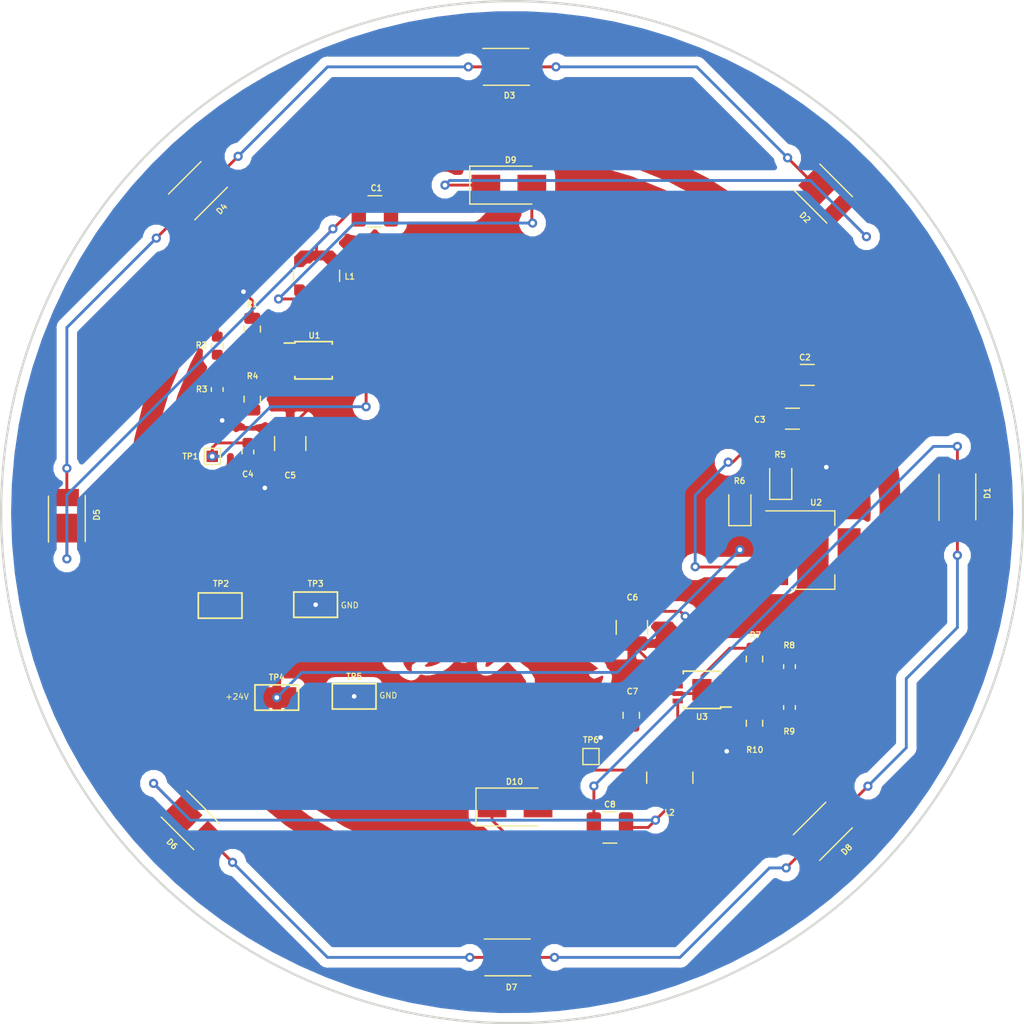
<source format=kicad_pcb>
(kicad_pcb (version 20171130) (host pcbnew "(5.0.0)")
  (layers (0 F.Cu signal hide) (31 B.Cu signal hide) (34 B.Paste user) (35 F.Paste user) (36 B.SilkS user) (37 F.SilkS user) (38 B.Mask user) (39 F.Mask user) (44 Edge.Cuts user))
  (net 0 "")
  (net 1 "Net-(R2-Pad1)")
  (net 2 GND)
  (net 3 "Net-(R1-Pad1)")
  (net 4 "Net-(R4-Pad1)")
  (net 5 "Net-(R3-Pad1)")
  (net 6 "Net-(C4-Pad1)")
  (net 7 "Net-(D6-Pad2)")
  (net 8 "Net-(C3-Pad1)")
  (net 9 "Net-(C1-Pad1)")
  (net 10 "Net-(D7-Pad2)")
  (net 11 "Net-(R5-Pad1)")
  (net 12 "Net-(R8-Pad1)")
  (net 13 "Net-(R7-Pad1)")
  (net 14 +24V)
  (net 15 "Net-(C7-Pad1)")
  (net 16 "Net-(D9-Pad2)")
  (net 17 "Net-(D10-Pad2)")
  (net 18 "Net-(D4-Pad1)")
  (net 19 "Net-(D1-Pad1)")
  (net 20 "Net-(D2-Pad1)")
  (net 21 "Net-(D3-Pad1)")
  (net 22 "Net-(C8-Pad1)")
  (net 23 "Net-(C1-Pad2)")
  (net 24 "Net-(C8-Pad2)")
  (net 25 "Net-(R10-Pad1)")
  (net 26 "Net-(R9-Pad1)")
  (net 27 "Net-(TP2-Pad1)")
  (module LED_SMD:LED_PLCC_2835_Handsoldering (layer F.Cu) (at 178.435 106.1185 90)
    (fp_text reference D1 (at -0.18 2.6 90) (layer F.SilkS) (effects (font (size 0.508 0.508) (thickness 0.1016))))
    (fp_text value LED)
    (pad 1 smd rect (at -1.33 0 270) (size 2.5 2.1) (layers F.Cu F.Paste F.Mask) (net 19 "Net-(D1-Pad1)"))
    (pad 2 smd rect (at 1.33 0 270) (size 1.5 2.1) (layers F.Cu F.Paste F.Mask) (net 22 "Net-(C8-Pad1)"))
  )
  (module Diode_SMD:D_SMA (layer F.Cu) (at 139.954 133.604)
    (fp_text reference D10 (at -0.0508 -2.2098) (layer F.SilkS) (effects (font (size 0.508 0.508) (thickness 0.1016))))
    (fp_text value D_Schottky)
    (pad 2 smd rect (at 2 0) (size 2.5 1.8) (layers F.Cu F.Paste F.Mask) (net 17 "Net-(D10-Pad2)"))
    (pad 1 smd rect (at -2 0) (size 2.5 1.8) (layers F.Cu F.Paste F.Mask) (net 22 "Net-(C8-Pad1)"))
  )
  (module Diode_SMD:D_SMA (layer F.Cu) (at 139.414 79.502)
    (fp_text reference D9 (at 0.159 -2.1844) (layer F.SilkS) (effects (font (size 0.508 0.508) (thickness 0.1016))))
    (fp_text value D_Schottky)
    (pad 1 smd rect (at -2 0) (size 2.5 1.8) (layers F.Cu F.Paste F.Mask) (net 9 "Net-(C1-Pad1)"))
    (pad 2 smd rect (at 2 0) (size 2.5 1.8) (layers F.Cu F.Paste F.Mask) (net 16 "Net-(D9-Pad2)"))
  )
  (module Capacitor_SMD:C_1206_3216Metric (layer F.Cu) (at 164.084 99.822)
    (fp_text reference C3 (at -2.8448 0.0762) (layer F.SilkS) (effects (font (size 0.508 0.508) (thickness 0.1016))))
    (fp_text value CP1)
    (pad 2 smd roundrect (at 1.4 0) (size 1.25 1.75) (layers F.Cu F.Paste F.Mask) (roundrect_rratio 0.2) (net 2 GND))
    (pad 1 smd roundrect (at -1.4 0) (size 1.25 1.75) (layers F.Cu F.Paste F.Mask) (roundrect_rratio 0.2) (net 8 "Net-(C3-Pad1)"))
  )
  (module Capacitor_SMD:C_1206_3216Metric (layer F.Cu) (at 165.3794 96.012)
    (fp_text reference C2 (at -0.2032 -1.524) (layer F.SilkS) (effects (font (size 0.508 0.508) (thickness 0.1016))))
    (fp_text value CP1)
    (pad 1 smd roundrect (at -1.4 0) (size 1.25 1.75) (layers F.Cu F.Paste F.Mask) (roundrect_rratio 0.2) (net 14 +24V))
    (pad 2 smd roundrect (at 1.4 0) (size 1.25 1.75) (layers F.Cu F.Paste F.Mask) (roundrect_rratio 0.2) (net 2 GND))
  )
  (module LED_SMD:LED_0805_2012Metric (layer F.Cu) (at 163.068 105.156 90)
    (fp_text reference R5 (at 2.2098 -0.0508 180) (layer F.SilkS) (effects (font (size 0.508 0.508) (thickness 0.1016))))
    (fp_text value R)
    (pad 2 smd roundrect (at 0.9375 0 90) (size 0.975 1.4) (layers F.Cu F.Paste F.Mask) (net 2 GND))
    (pad 1 smd roundrect (at -0.9375 0 90) (size 0.975 1.4) (layers F.Cu F.Paste F.Mask) (net 11 "Net-(R5-Pad1)"))
  )
  (module LED_SMD:LED_0805_2012Metric (layer F.Cu) (at 159.512 107.442 90)
    (fp_text reference R6 (at 2.2098 -0.0254 180) (layer F.SilkS) (effects (font (size 0.508 0.508) (thickness 0.1016))))
    (fp_text value R)
    (pad 1 smd roundrect (at -0.9375 0 90) (size 0.975 1.4) (layers F.Cu F.Paste F.Mask) (net 14 +24V))
    (pad 2 smd roundrect (at 0.9375 0 90) (size 0.975 1.4) (layers F.Cu F.Paste F.Mask) (net 11 "Net-(R5-Pad1)"))
  )
  (module Package_TO_SOT_SMD:SOT-223 (layer F.Cu) (at 165.862 111.252)
    (fp_text reference U2 (at 0.2794 -4.1402) (layer F.SilkS) (effects (font (size 0.508 0.508) (thickness 0.1016))))
    (fp_text value LM317_3PinPackage)
    (pad 4 smd rect (at 3.15 0) (size 2 3.8) (layers F.Cu F.Paste F.Mask))
    (pad 2 smd rect (at -3.15 0) (size 2 1.5) (layers F.Cu F.Paste F.Mask) (net 14 +24V))
    (pad 3 smd rect (at -3.15 2.3) (size 2 1.5) (layers F.Cu F.Paste F.Mask) (net 8 "Net-(C3-Pad1)"))
    (pad 1 smd rect (at -3.15 -2.3) (size 2 1.5) (layers F.Cu F.Paste F.Mask) (net 11 "Net-(R5-Pad1)"))
  )
  (module TestPoint:TestPoint_Keystone_5015_Micro-Minature (layer F.Cu) (at 122.6058 116.0018)
    (fp_text reference TP3 (at 0 -1.8288) (layer F.SilkS) (effects (font (size 0.508 0.508) (thickness 0.1016))))
    (fp_text value TestPoint)
    (pad 1 smd rect (at 0 0) (size 3.4 1.8) (layers F.Cu F.Paste F.Mask) (net 2 GND))
  )
  (module TestPoint:TestPoint_Keystone_5015_Micro-Minature (layer F.Cu) (at 125.9586 123.9774)
    (fp_text reference TP5 (at 0 -1.7272) (layer F.SilkS) (effects (font (size 0.508 0.508) (thickness 0.1016))))
    (fp_text value TestPoint)
    (pad 1 smd rect (at 0 0) (size 3.4 1.8) (layers F.Cu F.Paste F.Mask) (net 2 GND))
  )
  (module TestPoint:TestPoint_Keystone_5015_Micro-Minature (layer F.Cu) (at 114.3 116.078)
    (fp_text reference TP2 (at 0.0762 -1.905) (layer F.SilkS) (effects (font (size 0.508 0.508) (thickness 0.1016))))
    (fp_text value TestPoint)
    (pad 1 smd rect (at 0 0) (size 3.4 1.8) (layers F.Cu F.Paste F.Mask) (net 27 "Net-(TP2-Pad1)"))
  )
  (module TestPoint:TestPoint_Keystone_5015_Micro-Minature (layer F.Cu) (at 119.2276 124.079)
    (fp_text reference TP4 (at 0 -1.7526) (layer F.SilkS) (effects (font (size 0.508 0.508) (thickness 0.1016))))
    (fp_text value TestPoint)
    (pad 1 smd rect (at 0 0) (size 3.4 1.8) (layers F.Cu F.Paste F.Mask) (net 14 +24V))
  )
  (module TestPoint:TestPoint_Pad_1.0x1.0mm (layer F.Cu) (at 113.6142 103.0986)
    (fp_text reference TP1 (at -1.905 0) (layer F.SilkS) (effects (font (size 0.508 0.508) (thickness 0.1016))))
    (fp_text value TestPoint)
    (pad 1 smd rect (at 0 0) (size 1 1) (layers F.Cu F.Mask) (net 6 "Net-(C4-Pad1)"))
  )
  (module TestPoint:TestPoint_Pad_1.0x1.0mm (layer F.Cu) (at 146.558 129.2098)
    (fp_text reference TP6 (at 0 -1.448) (layer F.SilkS) (effects (font (size 0.508 0.508) (thickness 0.1016))))
    (fp_text value TestPoint)
    (pad 1 smd rect (at 0 0) (size 1 1) (layers F.Cu F.Mask) (net 15 "Net-(C7-Pad1)"))
  )
  (module Resistor_SMD:R_0603_1608Metric (layer F.Cu) (at 163.83 121.3865 90)
    (fp_text reference R8 (at 1.8541 -0.0254 180) (layer F.SilkS) (effects (font (size 0.508 0.508) (thickness 0.1016))))
    (fp_text value R)
    (pad 2 smd roundrect (at 0.7875 0 90) (size 0.875 0.95) (layers F.Cu F.Paste F.Mask) (net 2 GND))
    (pad 1 smd roundrect (at -0.7875 0 90) (size 0.875 0.95) (layers F.Cu F.Paste F.Mask) (net 12 "Net-(R8-Pad1)"))
  )
  (module Resistor_SMD:R_0603_1608Metric (layer F.Cu) (at 114.046 93.472 90)
    (fp_text reference R2 (at 0.0508 -1.3716 180) (layer F.SilkS) (effects (font (size 0.508 0.508) (thickness 0.1016))))
    (fp_text value R)
    (pad 1 smd roundrect (at -0.7875 0 90) (size 0.875 0.95) (layers F.Cu F.Paste F.Mask) (net 1 "Net-(R2-Pad1)"))
    (pad 2 smd roundrect (at 0.7875 0 90) (size 0.875 0.95) (layers F.Cu F.Paste F.Mask) (net 2 GND))
  )
  (module Resistor_SMD:R_0603_1608Metric (layer F.Cu) (at 114.046 97.282 270)
    (fp_text reference R3 (at -0.0254 1.3462 180) (layer F.SilkS) (effects (font (size 0.508 0.508) (thickness 0.1016))))
    (fp_text value R)
    (pad 2 smd roundrect (at 0.7875 0 270) (size 0.875 0.95) (layers F.Cu F.Paste F.Mask) (net 2 GND))
    (pad 1 smd roundrect (at -0.7875 0 270) (size 0.875 0.95) (layers F.Cu F.Paste F.Mask) (net 5 "Net-(R3-Pad1)"))
  )
  (module Resistor_SMD:R_0603_1608Metric (layer F.Cu) (at 163.83 124.9425 270)
    (fp_text reference R9 (at 2.0829 0.0254) (layer F.SilkS) (effects (font (size 0.508 0.508) (thickness 0.1016))))
    (fp_text value R)
    (pad 1 smd roundrect (at -0.7875 0 270) (size 0.875 0.95) (layers F.Cu F.Paste F.Mask) (net 26 "Net-(R9-Pad1)"))
    (pad 2 smd roundrect (at 0.7875 0 270) (size 0.875 0.95) (layers F.Cu F.Paste F.Mask) (net 2 GND))
  )
  (module Capacitor_SMD:C_0603_1608Metric (layer F.Cu) (at 116.713 102.7175 270)
    (fp_text reference C4 (at 1.9305 0) (layer F.SilkS) (effects (font (size 0.508 0.508) (thickness 0.1016))))
    (fp_text value C)
    (pad 1 smd roundrect (at -0.7875 0 270) (size 0.875 0.95) (layers F.Cu F.Paste F.Mask) (net 6 "Net-(C4-Pad1)"))
    (pad 2 smd roundrect (at 0.7875 0 270) (size 0.875 0.95) (layers F.Cu F.Paste F.Mask) (net 2 GND))
  )
  (module LED_SMD:LED_PLCC_2835_Handsoldering (layer F.Cu) (at 112.076272 135.114068 315)
    (fp_text reference D6 (at -0.18 2.6 315) (layer F.SilkS) (effects (font (size 0.508 0.508) (thickness 0.1016))))
    (fp_text value LED)
    (pad 1 smd rect (at -1.33 0 135) (size 2.5 2.1) (layers F.Cu F.Paste F.Mask) (net 24 "Net-(C8-Pad2)"))
    (pad 2 smd rect (at 1.33 0 135) (size 1.5 2.1) (layers F.Cu F.Paste F.Mask) (net 7 "Net-(D6-Pad2)"))
  )
  (module Capacitor_SMD:C_0805_2012Metric (layer F.Cu) (at 150.0632 125.6261 270)
    (fp_text reference C7 (at -2.0805 -0.1016 180) (layer F.SilkS) (effects (font (size 0.508 0.508) (thickness 0.1016))))
    (fp_text value C)
    (pad 1 smd roundrect (at -0.9375 0 270) (size 0.975 1.4) (layers F.Cu F.Paste F.Mask) (net 15 "Net-(C7-Pad1)"))
    (pad 2 smd roundrect (at 0.9375 0 270) (size 0.975 1.4) (layers F.Cu F.Paste F.Mask) (net 2 GND))
  )
  (module Capacitor_SMD:C_1210_3225Metric (layer F.Cu) (at 120.396 101.984 270)
    (fp_text reference C5 (at 2.7656 0) (layer F.SilkS) (effects (font (size 0.508 0.508) (thickness 0.1016))))
    (fp_text value C)
    (pad 2 smd roundrect (at 1.4 0 270) (size 1.25 2.65) (layers F.Cu F.Paste F.Mask) (roundrect_rratio 0.2) (net 2 GND))
    (pad 1 smd roundrect (at -1.4 0 270) (size 1.25 2.65) (layers F.Cu F.Paste F.Mask) (roundrect_rratio 0.2) (net 14 +24V))
  )
  (module Capacitor_SMD:C_1210_3225Metric (layer F.Cu) (at 150.114 117.98 90)
    (fp_text reference C6 (at 2.6132 0.0508 180) (layer F.SilkS) (effects (font (size 0.508 0.508) (thickness 0.1016))))
    (fp_text value C)
    (pad 1 smd roundrect (at -1.4 0 90) (size 1.25 2.65) (layers F.Cu F.Paste F.Mask) (roundrect_rratio 0.2) (net 14 +24V))
    (pad 2 smd roundrect (at 1.4 0 90) (size 1.25 2.65) (layers F.Cu F.Paste F.Mask) (roundrect_rratio 0.2) (net 2 GND))
  )
  (module Capacitor_SMD:C_1210_3225Metric (layer F.Cu) (at 127.762 81.788 180)
    (fp_text reference C1 (at -0.127 2.032 180) (layer F.SilkS) (effects (font (size 0.508 0.508) (thickness 0.1016))))
    (fp_text value C)
    (pad 2 smd roundrect (at 1.4 0 180) (size 1.25 2.65) (layers F.Cu F.Paste F.Mask) (roundrect_rratio 0.2) (net 23 "Net-(C1-Pad2)"))
    (pad 1 smd roundrect (at -1.4 0 180) (size 1.25 2.65) (layers F.Cu F.Paste F.Mask) (roundrect_rratio 0.2) (net 9 "Net-(C1-Pad1)"))
  )
  (module Capacitor_SMD:C_1210_3225Metric (layer F.Cu) (at 148.206 135.382)
    (fp_text reference C8 (at 0 -2.0066) (layer F.SilkS) (effects (font (size 0.508 0.508) (thickness 0.1016))))
    (fp_text value C)
    (pad 1 smd roundrect (at -1.4 0) (size 1.25 2.65) (layers F.Cu F.Paste F.Mask) (roundrect_rratio 0.2) (net 22 "Net-(C8-Pad1)"))
    (pad 2 smd roundrect (at 1.4 0) (size 1.25 2.65) (layers F.Cu F.Paste F.Mask) (roundrect_rratio 0.2) (net 24 "Net-(C8-Pad2)"))
  )
  (module Inductor_SMD:L_Coilcraft_LPS4018 (layer F.Cu) (at 153.416 131.051 90)
    (fp_text reference L2 (at -3.0356 -0.0254) (layer F.SilkS) (effects (font (size 0.508 0.508) (thickness 0.1016))))
    (fp_text value L)
    (pad 2 smd rect (at 1.7435 1.493 224.5) (size 0.5 0.789) (layers F.Cu F.Paste F.Mask) (net 17 "Net-(D10-Pad2)"))
    (pad 2 smd rect (at 1.219 1.0475 225.7) (size 0.5 0.831) (layers F.Cu F.Paste F.Mask) (net 17 "Net-(D10-Pad2)"))
    (pad 2 smd rect (at 1.195 1.5575 90) (size 0.89 0.775) (layers F.Cu F.Paste F.Mask) (net 17 "Net-(D10-Pad2)"))
    (pad 2 smd rect (at 1.7435 -1.493 315.5) (size 0.5 0.789) (layers F.Cu F.Paste F.Mask) (net 17 "Net-(D10-Pad2)"))
    (pad 2 smd rect (at 1.219 -1.0475 314.3) (size 0.5 0.831) (layers F.Cu F.Paste F.Mask) (net 17 "Net-(D10-Pad2)"))
    (pad 2 smd rect (at 1.195 -1.5575 90) (size 0.89 0.775) (layers F.Cu F.Paste F.Mask) (net 17 "Net-(D10-Pad2)"))
    (pad 2 smd rect (at 1.765 0 90) (size 0.87 2.79) (layers F.Cu F.Paste F.Mask) (net 17 "Net-(D10-Pad2)"))
    (pad 1 smd rect (at -1.219 1.0475 314.3) (size 0.5 0.831) (layers F.Cu F.Paste F.Mask) (net 24 "Net-(C8-Pad2)"))
    (pad 1 smd rect (at -1.195 1.5575 90) (size 0.89 0.775) (layers F.Cu F.Paste F.Mask) (net 24 "Net-(C8-Pad2)"))
    (pad 1 smd rect (at -1.7435 1.493 315.5) (size 0.5 0.789) (layers F.Cu F.Paste F.Mask) (net 24 "Net-(C8-Pad2)"))
    (pad 1 smd rect (at -1.7435 -1.493 224.5) (size 0.5 0.789) (layers F.Cu F.Paste F.Mask) (net 24 "Net-(C8-Pad2)"))
    (pad 1 smd rect (at -1.219 -1.0475 225.7) (size 0.5 0.831) (layers F.Cu F.Paste F.Mask) (net 24 "Net-(C8-Pad2)"))
    (pad 1 smd rect (at -1.195 -1.5575 90) (size 0.89 0.775) (layers F.Cu F.Paste F.Mask) (net 24 "Net-(C8-Pad2)"))
    (pad 1 smd rect (at -1.765 0 90) (size 0.87 2.79) (layers F.Cu F.Paste F.Mask) (net 24 "Net-(C8-Pad2)"))
  )
  (module Inductor_SMD:L_Coilcraft_LPS4018 (layer F.Cu) (at 122.682 87.389 270)
    (fp_text reference L1 (at 0.0632 -2.8956) (layer F.SilkS) (effects (font (size 0.508 0.508) (thickness 0.1016))))
    (fp_text value L)
    (pad 1 smd rect (at -1.765 0 270) (size 0.87 2.79) (layers F.Cu F.Paste F.Mask) (net 23 "Net-(C1-Pad2)"))
    (pad 1 smd rect (at -1.195 -1.5575 270) (size 0.89 0.775) (layers F.Cu F.Paste F.Mask) (net 23 "Net-(C1-Pad2)"))
    (pad 1 smd rect (at -1.219 -1.0475 45.7) (size 0.5 0.831) (layers F.Cu F.Paste F.Mask) (net 23 "Net-(C1-Pad2)"))
    (pad 1 smd rect (at -1.7435 -1.493 44.5) (size 0.5 0.789) (layers F.Cu F.Paste F.Mask) (net 23 "Net-(C1-Pad2)"))
    (pad 1 smd rect (at -1.7435 1.493 135.5) (size 0.5 0.789) (layers F.Cu F.Paste F.Mask) (net 23 "Net-(C1-Pad2)"))
    (pad 1 smd rect (at -1.195 1.5575 270) (size 0.89 0.775) (layers F.Cu F.Paste F.Mask) (net 23 "Net-(C1-Pad2)"))
    (pad 1 smd rect (at -1.219 1.0475 134.3) (size 0.5 0.831) (layers F.Cu F.Paste F.Mask) (net 23 "Net-(C1-Pad2)"))
    (pad 2 smd rect (at 1.765 0 270) (size 0.87 2.79) (layers F.Cu F.Paste F.Mask) (net 16 "Net-(D9-Pad2)"))
    (pad 2 smd rect (at 1.195 -1.5575 270) (size 0.89 0.775) (layers F.Cu F.Paste F.Mask) (net 16 "Net-(D9-Pad2)"))
    (pad 2 smd rect (at 1.219 -1.0475 134.3) (size 0.5 0.831) (layers F.Cu F.Paste F.Mask) (net 16 "Net-(D9-Pad2)"))
    (pad 2 smd rect (at 1.7435 -1.493 135.5) (size 0.5 0.789) (layers F.Cu F.Paste F.Mask) (net 16 "Net-(D9-Pad2)"))
    (pad 2 smd rect (at 1.195 1.5575 270) (size 0.89 0.775) (layers F.Cu F.Paste F.Mask) (net 16 "Net-(D9-Pad2)"))
    (pad 2 smd rect (at 1.219 1.0475 45.7) (size 0.5 0.831) (layers F.Cu F.Paste F.Mask) (net 16 "Net-(D9-Pad2)"))
    (pad 2 smd rect (at 1.7435 1.493 44.5) (size 0.5 0.789) (layers F.Cu F.Paste F.Mask) (net 16 "Net-(D9-Pad2)"))
  )
  (module LED_SMD:LED_PLCC_2835_Handsoldering (layer F.Cu) (at 139.699979 69.215)
    (fp_text reference D3 (at -0.228579 2.4892) (layer F.SilkS) (effects (font (size 0.508 0.508) (thickness 0.1016))))
    (fp_text value LED)
    (pad 2 smd rect (at 1.33 0 180) (size 1.5 2.1) (layers F.Cu F.Paste F.Mask) (net 20 "Net-(D2-Pad1)"))
    (pad 1 smd rect (at -1.33 0 180) (size 2.5 2.1) (layers F.Cu F.Paste F.Mask) (net 21 "Net-(D3-Pad1)"))
  )
  (module LED_SMD:LED_PLCC_2835_Handsoldering (layer F.Cu) (at 100.965 108.009996 90)
    (fp_text reference D5 (at -0.18 2.6 90) (layer F.SilkS) (effects (font (size 0.508 0.508) (thickness 0.1016))))
    (fp_text value LED)
    (pad 1 smd rect (at -1.33 0 270) (size 2.5 2.1) (layers F.Cu F.Paste F.Mask) (net 23 "Net-(C1-Pad2)"))
    (pad 2 smd rect (at 1.33 0 270) (size 1.5 2.1) (layers F.Cu F.Paste F.Mask) (net 18 "Net-(D4-Pad1)"))
  )
  (module LED_SMD:LED_PLCC_2835_Handsoldering (layer F.Cu) (at 112.738552 79.615648 45)
    (fp_text reference D4 (at -0.18 2.6 45) (layer F.SilkS) (effects (font (size 0.508 0.508) (thickness 0.1016))))
    (fp_text value LED)
    (pad 2 smd rect (at 1.33 0 225) (size 1.5 2.1) (layers F.Cu F.Paste F.Mask) (net 21 "Net-(D3-Pad1)"))
    (pad 1 smd rect (at -1.33 0 225) (size 2.5 2.1) (layers F.Cu F.Paste F.Mask) (net 18 "Net-(D4-Pad1)"))
  )
  (module LED_SMD:LED_PLCC_2835_Handsoldering (layer F.Cu) (at 167.143664 80.609877 315)
    (fp_text reference D2 (at -0.18 2.6 315) (layer F.SilkS) (effects (font (size 0.508 0.508) (thickness 0.1016))))
    (fp_text value LED)
    (pad 1 smd rect (at -1.33 0 135) (size 2.5 2.1) (layers F.Cu F.Paste F.Mask) (net 20 "Net-(D2-Pad1)"))
    (pad 2 smd rect (at 1.33 0 135) (size 1.5 2.1) (layers F.Cu F.Paste F.Mask) (net 9 "Net-(C1-Pad1)"))
  )
  (module LED_SMD:LED_PLCC_2835_Handsoldering (layer F.Cu) (at 139.827005 146.685)
    (fp_text reference D7 (at -0.18 2.6) (layer F.SilkS) (effects (font (size 0.508 0.508) (thickness 0.1016))))
    (fp_text value LED)
    (pad 2 smd rect (at 1.33 0 180) (size 1.5 2.1) (layers F.Cu F.Paste F.Mask) (net 10 "Net-(D7-Pad2)"))
    (pad 1 smd rect (at -1.33 0 180) (size 2.5 2.1) (layers F.Cu F.Paste F.Mask) (net 7 "Net-(D6-Pad2)"))
  )
  (module LED_SMD:LED_PLCC_2835_Handsoldering (layer F.Cu) (at 167.093918 135.34396 45)
    (fp_text reference D8 (at -0.18 2.6 45) (layer F.SilkS) (effects (font (size 0.508 0.508) (thickness 0.1016))))
    (fp_text value LED)
    (pad 2 smd rect (at 1.33 0 225) (size 1.5 2.1) (layers F.Cu F.Paste F.Mask) (net 19 "Net-(D1-Pad1)"))
    (pad 1 smd rect (at -1.33 0 225) (size 2.5 2.1) (layers F.Cu F.Paste F.Mask) (net 10 "Net-(D7-Pad2)"))
  )
  (module Package_SO:MSOP-8-1EP_3x3mm_P0.65mm_EP1.68x1.88mm (layer F.Cu) (at 122.428 94.742)
    (fp_text reference U1 (at 0.0762 -2.159) (layer F.SilkS) (effects (font (size 0.508 0.508) (thickness 0.1016))))
    (fp_text value LM3407MY)
    (pad 9 smd rect (at 0 0) (size 1.68 1.88) (layers F.Cu F.Mask) (net 2 GND))
    (pad 8 smd rect (at 2.105 -0.975) (size 0.89 0.42) (layers F.Cu F.Paste F.Mask) (net 16 "Net-(D9-Pad2)"))
    (pad 7 smd rect (at 2.105 -0.325) (size 0.89 0.42) (layers F.Cu F.Paste F.Mask) (net 2 GND))
    (pad 6 smd rect (at 2.105 0.325) (size 0.89 0.42) (layers F.Cu F.Paste F.Mask) (net 6 "Net-(C4-Pad1)"))
    (pad 5 smd rect (at 2.105 0.975) (size 0.89 0.42) (layers F.Cu F.Paste F.Mask) (net 14 +24V))
    (pad 4 smd rect (at -2.105 0.975) (size 0.89 0.42) (layers F.Cu F.Paste F.Mask) (net 4 "Net-(R4-Pad1)"))
    (pad 3 smd rect (at -2.105 0.325) (size 0.89 0.42) (layers F.Cu F.Paste F.Mask) (net 5 "Net-(R3-Pad1)"))
    (pad 2 smd rect (at -2.105 -0.325) (size 0.89 0.42) (layers F.Cu F.Paste F.Mask) (net 1 "Net-(R2-Pad1)"))
    (pad 1 smd rect (at -2.105 -0.975) (size 0.89 0.42) (layers F.Cu F.Paste F.Mask) (net 3 "Net-(R1-Pad1)"))
  )
  (module Package_SO:MSOP-8-1EP_3x3mm_P0.65mm_EP1.68x1.88mm (layer F.Cu) (at 156.21 123.406 180)
    (fp_text reference U3 (at 0 -2.3494 180) (layer F.SilkS) (effects (font (size 0.508 0.508) (thickness 0.1016))))
    (fp_text value LM3407MY)
    (pad 1 smd rect (at -2.105 -0.975 180) (size 0.89 0.42) (layers F.Cu F.Paste F.Mask) (net 25 "Net-(R10-Pad1)"))
    (pad 2 smd rect (at -2.105 -0.325 180) (size 0.89 0.42) (layers F.Cu F.Paste F.Mask) (net 26 "Net-(R9-Pad1)"))
    (pad 3 smd rect (at -2.105 0.325 180) (size 0.89 0.42) (layers F.Cu F.Paste F.Mask) (net 12 "Net-(R8-Pad1)"))
    (pad 4 smd rect (at -2.105 0.975 180) (size 0.89 0.42) (layers F.Cu F.Paste F.Mask) (net 13 "Net-(R7-Pad1)"))
    (pad 5 smd rect (at 2.105 0.975 180) (size 0.89 0.42) (layers F.Cu F.Paste F.Mask) (net 14 +24V))
    (pad 6 smd rect (at 2.105 0.325 180) (size 0.89 0.42) (layers F.Cu F.Paste F.Mask) (net 15 "Net-(C7-Pad1)"))
    (pad 7 smd rect (at 2.105 -0.325 180) (size 0.89 0.42) (layers F.Cu F.Paste F.Mask) (net 2 GND))
    (pad 8 smd rect (at 2.105 -0.975 180) (size 0.89 0.42) (layers F.Cu F.Paste F.Mask) (net 17 "Net-(D10-Pad2)"))
    (pad 9 smd rect (at 0 0 180) (size 1.68 1.88) (layers F.Cu F.Mask) (net 2 GND))
  )
  (module Resistor_SMD:R_0805_2012Metric (layer F.Cu) (at 117.094 92.0265 90)
    (fp_text reference R1 (at 2.1613 0.0254) (layer F.SilkS) (effects (font (size 0.508 0.508) (thickness 0.1016))))
    (fp_text value R)
    (pad 2 smd roundrect (at 0.9375 0 90) (size 0.975 1.4) (layers F.Cu F.Paste F.Mask) (net 2 GND))
    (pad 1 smd roundrect (at -0.9375 0 90) (size 0.975 1.4) (layers F.Cu F.Paste F.Mask) (net 3 "Net-(R1-Pad1)"))
  )
  (module Resistor_SMD:R_0805_2012Metric (layer F.Cu) (at 160.782 126.3165 270)
    (fp_text reference R10 (at 2.3091 -0.0254 180) (layer F.SilkS) (effects (font (size 0.508 0.508) (thickness 0.1016))))
    (fp_text value R)
    (pad 1 smd roundrect (at -0.9375 0 270) (size 0.975 1.4) (layers F.Cu F.Paste F.Mask) (net 25 "Net-(R10-Pad1)"))
    (pad 2 smd roundrect (at 0.9375 0 270) (size 0.975 1.4) (layers F.Cu F.Paste F.Mask) (net 2 GND))
  )
  (module Resistor_SMD:R_0805_2012Metric (layer F.Cu) (at 117.094 98.1225 270)
    (fp_text reference R4 (at -2.0089 -0.0254 180) (layer F.SilkS) (effects (font (size 0.508 0.508) (thickness 0.1016))))
    (fp_text value R)
    (pad 2 smd roundrect (at 0.9375 0 270) (size 0.975 1.4) (layers F.Cu F.Paste F.Mask) (net 2 GND))
    (pad 1 smd roundrect (at -0.9375 0 270) (size 0.975 1.4) (layers F.Cu F.Paste F.Mask) (net 4 "Net-(R4-Pad1)"))
  )
  (module Resistor_SMD:R_0805_2012Metric (layer F.Cu) (at 160.782 120.7285 90)
    (fp_text reference R7 (at 2.0851 0.0762 180) (layer F.SilkS) (effects (font (size 0.508 0.508) (thickness 0.1016))))
    (fp_text value R)
    (pad 1 smd roundrect (at -0.9375 0 90) (size 0.975 1.4) (layers F.Cu F.Paste F.Mask) (net 13 "Net-(R7-Pad1)"))
    (pad 2 smd roundrect (at 0.9375 0 90) (size 0.975 1.4) (layers F.Cu F.Paste F.Mask) (net 2 GND))
  )
  (module Eddies_modules:lannister_emblem (layer F.Cu) (at 139.7 107.95)
    (fp_text reference G*** hide)
    (fp_text value LOGO hide)
    (fp_poly (pts (xy 2.263853 -33.483494) (xy 3.914087 -33.370355) (xy 4.656666 -33.282735) (xy 7.978805 -32.656564) (xy 11.167308 -31.728442) (xy 14.207707 -30.513423) (xy 17.085535 -29.026564) (xy 19.786324 -27.28292) (xy 22.295604 -25.297548) (xy 24.59891 -23.085503) (xy 26.681772 -20.661842) (xy 28.529724 -18.041621) (xy 30.128296 -15.239894) (xy 31.463022 -12.271719) (xy 32.519432 -9.152151) (xy 33.28306 -5.896246) (xy 33.687103 -3.072392) (xy 33.848573 0.146558) (xy 33.682985 3.375371) (xy 33.199526 6.583473) (xy 32.407384 9.740291) (xy 31.315745 12.815253) (xy 29.933795 15.777786) (xy 28.270722 18.597316) (xy 26.407069 21.154999) (xy 24.162229 23.677716) (xy 21.704224 25.945242) (xy 19.052309 27.946649) (xy 16.225735 29.671006) (xy 13.243755 31.107386) (xy 10.125622 32.244859) (xy 6.890589 33.072497) (xy 4.777844 33.433136) (xy 3.57857 33.556865) (xy 2.154738 33.636608) (xy 0.605027 33.672428) (xy -0.971883 33.664386) (xy -2.477313 33.612547) (xy -3.812581 33.516972) (xy -4.572 33.42718) (xy -7.876858 32.779537) (xy -11.065103 31.821112) (xy -14.118731 30.565117) (xy -17.019736 29.024762) (xy -19.750113 27.21326) (xy -22.291858 25.143821) (xy -24.626964 22.829658) (xy -26.737428 20.28398) (xy -28.605244 17.520001) (xy -30.165995 14.647333) (xy -31.452489 11.609268) (xy -32.429424 8.453827) (xy -33.101776 5.163169) (xy -33.348437 3.241725) (xy -33.440322 1.406206) (xy -31.619544 1.406206) (xy -31.347253 4.459954) (xy -30.770354 7.507545) (xy -29.881047 10.528915) (xy -28.671532 13.504003) (xy -28.184926 14.503474) (xy -26.56734 17.320377) (xy -24.689346 19.9319) (xy -22.569472 22.324729) (xy -20.226247 24.485549) (xy -17.678202 26.401045) (xy -14.943865 28.057902) (xy -12.041766 29.442805) (xy -8.990433 30.54244) (xy -5.808395 31.343491) (xy -4.402667 31.593121) (xy -3.522497 31.689991) (xy -2.359412 31.749109) (xy -0.895067 31.771061) (xy 0.762 31.758499) (xy 2.07657 31.733081) (xy 3.12489 31.699057) (xy 3.979367 31.650224) (xy 4.712408 31.58038) (xy 5.396422 31.483323) (xy 6.103815 31.352849) (xy 6.529894 31.264425) (xy 9.686051 30.426824) (xy 12.691518 29.3015) (xy 15.532475 27.9061) (xy 18.195099 26.258271) (xy 20.665567 24.375663) (xy 22.930059 22.275923) (xy 24.974752 19.9767) (xy 26.785824 17.495641) (xy 28.349454 14.850394) (xy 29.651818 12.058609) (xy 30.679096 9.137931) (xy 31.417466 6.106011) (xy 31.853105 2.980496) (xy 31.972191 -0.220967) (xy 31.944486 -1.185334) (xy 31.637596 -4.457781) (xy 31.017682 -7.625651) (xy 30.098719 -10.672487) (xy 28.894685 -13.581834) (xy 27.419555 -16.337236) (xy 25.687306 -18.922237) (xy 23.711915 -21.32038) (xy 21.507357 -23.51521) (xy 19.08761 -25.490271) (xy 16.466649 -27.229106) (xy 13.658452 -28.715259) (xy 10.676994 -29.932276) (xy 7.536252 -30.863699) (xy 6.546825 -31.08884) (xy 5.265914 -31.305421) (xy 3.746453 -31.474359) (xy 2.085736 -31.59164) (xy 0.38106 -31.653251) (xy -1.270283 -31.655178) (xy -2.770996 -31.593408) (xy -3.676283 -31.510538) (xy -5.066456 -31.2971) (xy -6.621089 -30.980191) (xy -8.213971 -30.590632) (xy -9.718888 -30.159245) (xy -10.989032 -29.72473) (xy -13.966838 -28.416564) (xy -16.741437 -26.853751) (xy -19.305029 -25.056352) (xy -21.649814 -23.044429) (xy -23.767992 -20.838045) (xy -25.651762 -18.457261) (xy -27.293326 -15.92214) (xy -28.684881 -13.252743) (xy -29.818629 -10.469133) (xy -30.68677 -7.591371) (xy -31.281502 -4.639519) (xy -31.595027 -1.633639) (xy -31.619544 1.406206) (xy -33.440322 1.406206) (xy -33.509237 0.029547) (xy -33.3433 -3.195285) (xy -32.859813 -6.402435) (xy -32.067966 -9.561562) (xy -30.976948 -12.642328) (xy -29.595947 -15.614393) (xy -27.934152 -18.447419) (xy -26.000751 -21.111066) (xy -25.955931 -21.166667) (xy -24.941814 -22.333117) (xy -23.72657 -23.588012) (xy -22.399822 -24.846135) (xy -21.051194 -26.022269) (xy -19.851136 -26.971337) (xy -17.176973 -28.774235) (xy -14.380713 -30.286742) (xy -11.428884 -31.523724) (xy -8.288015 -32.500045) (xy -6.397599 -32.946185) (xy -4.938048 -33.190745) (xy -3.243895 -33.369747) (xy -1.413371 -33.4802) (xy 0.45529 -33.519112) (xy 2.263853 -33.483494)) (layer F.Cu) (width 0.01))
    (fp_poly (pts (xy -10.319014 -20.962836) (xy -10.192332 -20.746672) (xy -9.98327 -20.494473) (xy -9.742269 -20.420123) (xy -9.581414 -20.521614) (xy -9.596143 -20.757348) (xy -9.554106 -20.955877) (xy -9.349977 -20.997334) (xy -9.177004 -20.95555) (xy -9.041502 -20.802358) (xy -8.934865 -20.496001) (xy -8.848485 -19.994718) (xy -8.773753 -19.256751) (xy -8.702062 -18.240342) (xy -8.669332 -17.695334) (xy -8.610308 -16.880575) (xy -8.537555 -16.176357) (xy -8.460435 -15.659382) (xy -8.390289 -15.409334) (xy -8.141579 -15.062351) (xy -7.755183 -14.574064) (xy -7.283399 -14.004907) (xy -6.778529 -13.415313) (xy -6.292875 -12.865715) (xy -5.878736 -12.416547) (xy -5.588413 -12.128242) (xy -5.486925 -12.054518) (xy -5.198999 -12.102427) (xy -4.843908 -12.280505) (xy -4.517583 -12.43528) (xy -4.101563 -12.490795) (xy -3.486646 -12.458683) (xy -3.325487 -12.442267) (xy -2.725868 -12.388772) (xy -2.371785 -12.400128) (xy -2.173638 -12.492412) (xy -2.047163 -12.67167) (xy -1.958335 -12.992048) (xy -2.136237 -13.16154) (xy -2.603566 -13.195797) (xy -2.78915 -13.183305) (xy -3.271731 -13.177864) (xy -3.475091 -13.310053) (xy -3.439283 -13.638378) (xy -3.318521 -13.956581) (xy -3.13848 -14.3115) (xy -2.920589 -14.478478) (xy -2.576557 -14.478954) (xy -2.018098 -14.334369) (xy -1.905 -14.299838) (xy -1.72258 -14.374662) (xy -1.693334 -14.499658) (xy -1.754612 -14.656198) (xy -1.990038 -14.709152) (xy -2.477001 -14.675182) (xy -2.497667 -14.672838) (xy -3.530432 -14.555439) (xy -4.281632 -14.476063) (xy -4.80633 -14.435625) (xy -5.159589 -14.435041) (xy -5.396472 -14.475226) (xy -5.572041 -14.557097) (xy -5.74136 -14.681569) (xy -5.799667 -14.727749) (xy -6.115997 -15.057763) (xy -6.263864 -15.370345) (xy -6.265334 -15.39538) (xy -6.112847 -15.802147) (xy -5.72142 -16.113159) (xy -5.190103 -16.254054) (xy -5.118994 -16.256) (xy -4.739127 -16.195519) (xy -4.476051 -16.054295) (xy -4.403864 -15.892659) (xy -4.54202 -15.786216) (xy -4.744201 -15.617853) (xy -4.671085 -15.391782) (xy -4.362922 -15.173282) (xy -4.106334 -15.079571) (xy -3.668796 -14.965762) (xy -3.382122 -14.905236) (xy -3.350705 -14.902278) (xy -3.303312 -15.055138) (xy -3.29984 -15.284868) (xy -2.308716 -15.284868) (xy -2.253175 -15.178952) (xy -1.983968 -15.068889) (xy -1.748669 -15.170093) (xy -1.693334 -15.324667) (xy -1.823758 -15.549281) (xy -1.93734 -15.578667) (xy -2.214506 -15.484925) (xy -2.308716 -15.284868) (xy -3.29984 -15.284868) (xy -3.297257 -15.455673) (xy -3.331118 -15.98337) (xy -3.379986 -16.559882) (xy -3.351594 -16.91244) (xy -3.183061 -17.113148) (xy -2.811504 -17.234114) (xy -2.598394 -17.272) (xy -0.677334 -17.272) (xy -0.540181 -17.121771) (xy -0.423334 -17.102667) (xy -0.19799 -17.194102) (xy -0.169334 -17.272) (xy -0.306487 -17.42223) (xy -0.423334 -17.441334) (xy -0.648677 -17.349899) (xy -0.677334 -17.272) (xy -2.598394 -17.272) (xy -2.174041 -17.34744) (xy -2.135905 -17.353887) (xy -1.561483 -17.523652) (xy -1.042792 -17.788124) (xy -1.003473 -17.816038) (xy -0.685536 -18.008427) (xy -0.331033 -18.098336) (xy 0.175174 -18.104631) (xy 0.588953 -18.076981) (xy 1.386867 -18.064997) (xy 1.89962 -18.189572) (xy 2.156951 -18.462628) (xy 2.201333 -18.723429) (xy 2.286698 -18.94104) (xy 2.352549 -18.965334) (xy 2.542535 -18.815575) (xy 2.675788 -18.444397) (xy 2.709333 -18.104818) (xy 2.775147 -17.837148) (xy 2.860549 -17.78) (xy 3.048372 -17.919272) (xy 3.151068 -18.21841) (xy 3.109645 -18.494583) (xy 3.128644 -18.60751) (xy 3.236096 -18.590185) (xy 3.405425 -18.3757) (xy 3.469696 -17.97555) (xy 3.488603 -17.571294) (xy 3.589385 -17.470998) (xy 3.832914 -17.640605) (xy 3.923666 -17.721578) (xy 4.143143 -17.892193) (xy 4.222931 -17.807468) (xy 4.233333 -17.519177) (xy 4.376289 -17.00079) (xy 4.699 -16.549021) (xy 4.984552 -16.225948) (xy 5.04953 -16.03666) (xy 4.918899 -15.881688) (xy 4.874823 -15.8485) (xy 4.684853 -15.663467) (xy 4.720292 -15.457067) (xy 4.850608 -15.256253) (xy 5.188765 -14.912443) (xy 5.479118 -14.738082) (xy 5.711286 -14.632863) (xy 5.657142 -14.558814) (xy 5.376333 -14.477884) (xy 5.066684 -14.362008) (xy 4.943264 -14.176106) (xy 4.998129 -13.846049) (xy 5.223334 -13.297707) (xy 5.244773 -13.250334) (xy 5.42794 -12.807191) (xy 5.456236 -12.590774) (xy 5.337562 -12.530823) (xy 5.32572 -12.530667) (xy 5.103646 -12.440564) (xy 5.151798 -12.215197) (xy 5.334 -12.022667) (xy 5.561438 -11.639388) (xy 5.525332 -11.157764) (xy 5.23864 -10.675004) (xy 5.141213 -10.576429) (xy 4.887318 -10.308401) (xy 4.770969 -10.039529) (xy 4.76201 -9.647568) (xy 4.80564 -9.216114) (xy 4.916853 -8.269867) (xy 4.39601 -8.64074) (xy 4.049262 -8.864601) (xy 3.841083 -8.955672) (xy 3.822781 -8.950807) (xy 3.775412 -8.761252) (xy 3.714711 -8.3493) (xy 3.685014 -8.094688) (xy 3.658803 -7.560449) (xy 3.747704 -7.219697) (xy 3.968469 -6.952873) (xy 4.275805 -6.730248) (xy 4.493329 -6.767111) (xy 4.536496 -6.805564) (xy 4.771855 -6.912848) (xy 4.865511 -6.874469) (xy 4.840268 -6.693003) (xy 4.603817 -6.427323) (xy 4.575912 -6.40417) (xy 4.100635 -6.15627) (xy 3.583973 -6.157065) (xy 3.203925 -6.200791) (xy 3.074914 -6.115662) (xy 3.115367 -5.836584) (xy 3.126475 -5.791986) (xy 3.298313 -4.988247) (xy 3.340691 -4.395904) (xy 3.254509 -3.913785) (xy 3.145613 -3.644033) (xy 3.021246 -3.352503) (xy 2.965895 -3.082748) (xy 2.985156 -2.749392) (xy 3.084621 -2.267057) (xy 3.269884 -1.550366) (xy 3.286981 -1.486332) (xy 3.578818 -0.429214) (xy 3.83882 0.411382) (xy 4.108403 1.149585) (xy 4.428979 1.899524) (xy 4.807742 2.704556) (xy 5.092597 3.330744) (xy 5.306588 3.870202) (xy 5.413091 4.22836) (xy 5.418666 4.282021) (xy 5.545052 4.803868) (xy 5.857718 5.318311) (xy 6.081326 5.536081) (xy 6.397915 5.672661) (xy 6.910654 5.79894) (xy 7.245893 5.852787) (xy 8.09755 5.868256) (xy 8.840267 5.710356) (xy 9.4369 5.415669) (xy 9.850307 5.02078) (xy 10.043344 4.562272) (xy 9.978868 4.07673) (xy 9.619735 3.600738) (xy 9.573008 3.56071) (xy 9.205415 3.425162) (xy 8.543484 3.3675) (xy 8.13222 3.3689) (xy 7.503339 3.37446) (xy 7.118677 3.334374) (xy 6.884363 3.222724) (xy 6.706525 3.01359) (xy 6.675239 2.966605) (xy 6.500247 2.439992) (xy 6.506073 1.777417) (xy 6.68075 1.121363) (xy 6.857535 0.795943) (xy 7.013387 0.594991) (xy 7.057138 0.645952) (xy 7.012843 0.987605) (xy 7.005321 1.034172) (xy 6.977985 1.458469) (xy 7.117187 1.706052) (xy 7.336371 1.84681) (xy 7.843758 1.980123) (xy 8.430078 1.947717) (xy 8.941779 1.77016) (xy 9.147718 1.604185) (xy 9.246075 1.402281) (xy 9.12978 1.367372) (xy 8.884192 1.509324) (xy 8.820167 1.566333) (xy 8.675223 1.665593) (xy 8.678799 1.506259) (xy 8.719266 1.354666) (xy 8.944932 0.790192) (xy 9.233001 0.36703) (xy 9.520955 0.173191) (xy 9.561243 0.169333) (xy 9.843088 0.073266) (xy 9.895108 -0.231558) (xy 9.738108 -0.732432) (xy 9.54792 -1.150789) (xy 9.353402 -1.379781) (xy 9.03973 -1.505124) (xy 8.580467 -1.596576) (xy 8.149119 -1.649161) (xy 7.936622 -1.576322) (xy 7.841051 -1.364816) (xy 7.70729 -1.08494) (xy 7.60025 -1.016) (xy 7.468125 -1.139829) (xy 7.475612 -1.394928) (xy 7.616893 -1.606713) (xy 7.62 -1.608667) (xy 7.788345 -1.853512) (xy 7.7022 -2.101687) (xy 7.442492 -2.201334) (xy 7.096794 -2.03861) (xy 6.880867 -1.690514) (xy 6.706197 -1.377289) (xy 6.562915 -1.286435) (xy 6.550375 -1.295403) (xy 6.438616 -1.607023) (xy 6.472453 -2.05036) (xy 6.63208 -2.461597) (xy 6.702715 -2.555524) (xy 6.876562 -2.794244) (xy 6.79013 -2.940537) (xy 6.660381 -3.014515) (xy 6.21241 -3.102492) (xy 5.822347 -2.944686) (xy 5.603421 -2.599561) (xy 5.588 -2.46079) (xy 5.528922 -2.139988) (xy 5.413352 -2.032) (xy 5.191834 -2.181514) (xy 5.105933 -2.600962) (xy 5.163331 -3.246707) (xy 5.18198 -3.346326) (xy 5.46194 -4.081223) (xy 5.958407 -4.55666) (xy 6.667411 -4.768975) (xy 6.731 -4.774329) (xy 7.105699 -4.811415) (xy 7.279786 -4.849346) (xy 7.281333 -4.852384) (xy 7.230068 -5.018411) (xy 7.092021 -5.434025) (xy 6.89081 -6.028646) (xy 6.740887 -6.467366) (xy 6.488072 -7.246517) (xy 6.327461 -7.887013) (xy 6.238291 -8.518943) (xy 6.199797 -9.272397) (xy 6.192036 -9.906) (xy 6.195156 -10.751683) (xy 6.223712 -11.350809) (xy 6.292961 -11.795333) (xy 6.41816 -12.177213) (xy 6.614567 -12.588405) (xy 6.647586 -12.651587) (xy 6.966589 -13.171558) (xy 7.298617 -13.579003) (xy 7.492771 -13.736794) (xy 7.887094 -14.024652) (xy 8.09699 -14.253333) (xy 8.537438 -14.621878) (xy 9.203949 -14.890123) (xy 9.994779 -15.042848) (xy 10.808186 -15.064831) (xy 11.542427 -14.94085) (xy 11.855371 -14.815613) (xy 12.452205 -14.676223) (xy 13.147319 -14.760595) (xy 13.816669 -15.037014) (xy 14.31151 -15.443594) (xy 14.583024 -15.726907) (xy 14.734251 -15.754278) (xy 14.8008 -15.64362) (xy 14.891129 -15.070058) (xy 14.667992 -14.619761) (xy 14.459874 -14.450553) (xy 14.170757 -14.237816) (xy 14.145109 -14.093994) (xy 14.322905 -13.938649) (xy 14.827346 -13.736751) (xy 15.345026 -13.786266) (xy 15.639142 -13.97) (xy 15.928056 -14.198629) (xy 16.065822 -14.138023) (xy 16.086666 -13.961826) (xy 15.944836 -13.724759) (xy 15.598719 -13.495472) (xy 15.552335 -13.474982) (xy 15.018004 -13.250313) (xy 15.459377 -12.961114) (xy 15.989032 -12.765248) (xy 16.450617 -12.895329) (xy 16.812456 -13.340598) (xy 16.857008 -13.435829) (xy 17.08941 -13.97) (xy 17.096038 -13.404043) (xy 16.993812 -12.850415) (xy 16.767381 -12.411839) (xy 16.551187 -12.087189) (xy 16.552047 -11.846634) (xy 16.682715 -11.627786) (xy 16.906792 -11.055475) (xy 16.867078 -10.450972) (xy 16.667796 -10.065365) (xy 16.481158 -9.852909) (xy 16.446515 -9.920371) (xy 16.495724 -10.178568) (xy 16.463768 -10.649654) (xy 16.253261 -10.924479) (xy 15.986934 -11.12794) (xy 15.78454 -11.093772) (xy 15.589208 -10.931541) (xy 15.362108 -10.616145) (xy 15.41096 -10.240524) (xy 15.415684 -10.227963) (xy 15.466707 -9.66118) (xy 15.254554 -9.087475) (xy 14.843066 -8.587991) (xy 14.296082 -8.243874) (xy 13.768326 -8.13409) (xy 13.363448 -8.175883) (xy 13.131014 -8.285269) (xy 13.127903 -8.289938) (xy 12.918368 -8.393501) (xy 12.665145 -8.258746) (xy 12.479547 -7.948469) (xy 12.47138 -7.919577) (xy 12.469264 -7.482946) (xy 12.545318 -7.253957) (xy 12.613908 -6.998414) (xy 12.486125 -6.933829) (xy 12.233735 -7.044286) (xy 11.928505 -7.313872) (xy 11.849134 -7.408334) (xy 11.607406 -7.811249) (xy 11.548031 -8.258907) (xy 11.579605 -8.593667) (xy 11.589311 -8.685625) (xy 13.034036 -8.685625) (xy 13.146408 -8.531596) (xy 13.493275 -8.496532) (xy 13.504333 -8.497753) (xy 13.863598 -8.616013) (xy 14.010758 -8.92942) (xy 14.024568 -9.02724) (xy 13.983387 -9.488192) (xy 13.793597 -9.849533) (xy 13.525932 -9.990667) (xy 13.420772 -9.843665) (xy 13.377333 -9.492661) (xy 13.325135 -9.101603) (xy 13.208 -8.89) (xy 13.034036 -8.685625) (xy 11.589311 -8.685625) (xy 11.627047 -9.043142) (xy 11.57364 -9.251045) (xy 11.371198 -9.310349) (xy 11.206627 -9.313334) (xy 10.784503 -9.382425) (xy 10.532533 -9.516534) (xy 10.354086 -9.8747) (xy 10.349854 -10.318138) (xy 10.490874 -10.725886) (xy 10.748184 -10.976979) (xy 10.889316 -11.006667) (xy 10.975773 -10.883092) (xy 10.950182 -10.765048) (xy 10.983752 -10.464262) (xy 11.090068 -10.330384) (xy 11.375348 -10.251596) (xy 11.643343 -10.431881) (xy 11.860781 -10.792019) (xy 11.994387 -11.252794) (xy 12.010888 -11.734988) (xy 11.87701 -12.159385) (xy 11.865895 -12.177472) (xy 11.720687 -12.292888) (xy 11.492598 -12.208579) (xy 11.178163 -11.965806) (xy 10.644698 -11.610546) (xy 10.186393 -11.552748) (xy 9.718336 -11.791423) (xy 9.534442 -11.946687) (xy 9.059333 -12.378706) (xy 9.588718 -12.2765) (xy 10.14621 -12.308034) (xy 10.580495 -12.648188) (xy 10.851514 -13.160634) (xy 11.008019 -13.667288) (xy 10.961826 -13.942388) (xy 10.669401 -14.038767) (xy 10.147386 -14.015189) (xy 9.211371 -13.76493) (xy 8.422925 -13.226071) (xy 7.814539 -12.428532) (xy 7.453381 -11.534586) (xy 7.303063 -10.57692) (xy 7.304391 -9.429528) (xy 7.446652 -8.199894) (xy 7.719137 -6.995505) (xy 7.982763 -6.222168) (xy 8.169776 -5.755669) (xy 8.826709 -6.349168) (xy 9.298041 -6.723574) (xy 9.721328 -6.899067) (xy 10.25818 -6.942667) (xy 10.990817 -6.813555) (xy 11.549095 -6.468482) (xy 11.898478 -5.970837) (xy 12.00443 -5.384014) (xy 11.832418 -4.771404) (xy 11.613738 -4.454443) (xy 11.285704 -4.151284) (xy 11.09336 -4.108111) (xy 11.086524 -4.302413) (xy 11.251106 -4.618312) (xy 11.42154 -4.934993) (xy 11.382463 -5.176861) (xy 11.190237 -5.437338) (xy 10.935015 -5.704022) (xy 10.70725 -5.735432) (xy 10.381934 -5.582659) (xy 9.979527 -5.214877) (xy 9.85207 -4.756958) (xy 10.01552 -4.303181) (xy 10.141971 -4.164983) (xy 10.350236 -3.902904) (xy 10.418491 -3.552629) (xy 10.384936 -3.069115) (xy 10.361954 -2.552614) (xy 10.447017 -2.057812) (xy 10.668306 -1.454199) (xy 10.79634 -1.163935) (xy 11.101653 -0.56822) (xy 11.418296 -0.073511) (xy 11.678171 0.213915) (xy 11.680117 0.215288) (xy 11.982589 0.491046) (xy 12.38299 0.937358) (xy 12.718059 1.357928) (xy 13.093655 1.897368) (xy 13.293061 2.329434) (xy 13.369034 2.796306) (xy 13.377333 3.134616) (xy 13.352856 3.694898) (xy 13.244084 4.054077) (xy 12.998002 4.34827) (xy 12.856341 4.47228) (xy 12.413311 4.758514) (xy 11.984767 4.905486) (xy 11.914014 4.910666) (xy 11.486456 5.060131) (xy 10.918057 5.51056) (xy 10.67877 5.746276) (xy 9.743275 6.506378) (xy 8.743478 6.934119) (xy 7.683357 7.028851) (xy 6.566889 6.789924) (xy 5.937236 6.519567) (xy 5.185805 6.142353) (xy 4.794236 6.719363) (xy 4.545631 7.13797) (xy 4.410712 7.466855) (xy 4.402666 7.524736) (xy 4.533283 7.780499) (xy 4.817616 7.857523) (xy 5.056543 7.745056) (xy 5.276797 7.627865) (xy 5.365475 7.762896) (xy 5.273427 8.069177) (xy 5.083184 8.484098) (xy 5.011691 8.681767) (xy 4.792555 8.925565) (xy 4.406663 9.083933) (xy 4.004977 9.239379) (xy 3.916601 9.503168) (xy 4.122196 9.898435) (xy 4.440903 10.112371) (xy 4.935629 10.089225) (xy 5.461 9.909658) (xy 5.702816 9.892871) (xy 5.748415 10.090522) (xy 5.602143 10.444158) (xy 5.399361 10.738748) (xy 5.17659 11.05057) (xy 5.098287 11.220296) (xy 5.103028 11.22725) (xy 5.280787 11.319407) (xy 5.631659 11.499359) (xy 5.672666 11.520325) (xy 6.096035 11.867368) (xy 6.237338 12.197658) (xy 6.248638 12.474229) (xy 6.143388 12.464029) (xy 6.076471 12.403666) (xy 5.762651 12.215195) (xy 5.506285 12.239659) (xy 5.418666 12.427883) (xy 5.571021 12.690841) (xy 5.972278 12.845943) (xy 6.256346 12.869333) (xy 6.590942 12.969617) (xy 6.994999 13.213255) (xy 7.02381 13.235482) (xy 7.489293 13.60163) (xy 7.026385 13.844172) (xy 6.723506 14.032813) (xy 6.692438 14.189919) (xy 6.817983 14.341221) (xy 7.103138 14.504684) (xy 7.419779 14.409863) (xy 7.734667 14.263468) (xy 7.874278 14.224) (xy 7.933309 14.347466) (xy 7.843875 14.651295) (xy 7.647705 15.035634) (xy 7.386528 15.40063) (xy 7.37892 15.409333) (xy 7.043659 15.867416) (xy 6.808908 16.298333) (xy 6.593343 16.630963) (xy 6.364877 16.764) (xy 6.161614 16.613962) (xy 6.064914 16.298333) (xy 5.975218 15.990763) (xy 5.842 15.917333) (xy 5.709115 16.061938) (xy 5.723052 16.351906) (xy 5.819589 16.695059) (xy 5.789582 17.143533) (xy 5.563711 17.518417) (xy 5.194823 17.987382) (xy 4.886214 17.587357) (xy 4.577604 17.187333) (xy 4.609004 17.620005) (xy 4.531384 18.05133) (xy 4.295952 18.606154) (xy 3.969903 19.154864) (xy 3.620434 19.567845) (xy 3.582329 19.600333) (xy 3.291274 19.779548) (xy 3.123001 19.789902) (xy 3.156803 19.635487) (xy 3.198634 19.58053) (xy 3.308572 19.202188) (xy 3.245271 18.69153) (xy 3.099806 18.034) (xy 2.862236 18.535731) (xy 2.611553 18.935298) (xy 2.215824 19.436349) (xy 1.900773 19.783287) (xy 1.502579 20.220113) (xy 1.325042 20.503705) (xy 1.332541 20.702223) (xy 1.381884 20.776129) (xy 1.494721 21.013561) (xy 1.343778 21.176979) (xy 1.08008 21.310359) (xy 0.848944 21.2696) (xy 0.635 21.153103) (xy 0.389354 20.910554) (xy 0.338666 20.755653) (xy 0.219788 20.46074) (xy 0.107133 20.338645) (xy -0.140178 20.246813) (xy -0.336934 20.402578) (xy -0.611511 20.636397) (xy -0.780952 20.54872) (xy -0.845871 20.139141) (xy -0.846667 20.066) (xy -0.889198 19.674265) (xy -0.993778 19.478452) (xy -1.016 19.473333) (xy -1.160873 19.612624) (xy -1.185334 19.7612) (xy -1.230303 19.94839) (xy -1.390948 19.843452) (xy -1.499444 19.630963) (xy -1.461554 19.286661) (xy -1.348614 18.922411) (xy -1.179273 18.537925) (xy -0.925185 18.198382) (xy -0.520621 17.835943) (xy 0.100149 17.382766) (xy 0.229898 17.293204) (xy 1.033484 16.695404) (xy 1.551826 16.196686) (xy 1.796231 15.815151) (xy 2.006605 15.071118) (xy 1.966258 14.477115) (xy 1.778 14.163523) (xy 1.570668 13.891388) (xy 1.524 13.756709) (xy 1.390708 13.573718) (xy 1.106188 13.380288) (xy 0.755609 13.101002) (xy 0.372405 12.665746) (xy 0.245995 12.488198) (xy -0.196387 11.819714) (xy -0.648527 12.214198) (xy -1.079085 12.595208) (xy -1.562058 13.029805) (xy -1.648464 13.108433) (xy -2.064967 13.426162) (xy -2.293749 13.468734) (xy -2.31911 13.252714) (xy -2.125356 12.794669) (xy -2.058847 12.675329) (xy -1.855121 12.264289) (xy -1.740475 11.841687) (xy -1.695156 11.294867) (xy -1.697127 10.612343) (xy -1.649777 9.014852) (xy -1.432565 7.697847) (xy -1.043213 6.647515) (xy -1.042602 6.646333) (xy -0.83403 6.207703) (xy -0.792279 5.990319) (xy -0.906522 5.927093) (xy -0.926457 5.926666) (xy -1.209969 6.057525) (xy -1.393965 6.265333) (xy -1.633442 6.530791) (xy -1.798984 6.604) (xy -1.988324 6.746452) (xy -2.089648 6.975489) (xy -2.183196 7.229789) (xy -2.330483 7.207292) (xy -2.503731 7.060156) (xy -2.862235 6.805603) (xy -3.078508 6.777833) (xy -3.099993 6.961846) (xy -2.979395 7.195919) (xy -2.78703 7.736598) (xy -2.808944 8.042585) (xy -2.830877 8.375679) (xy -2.727691 8.466666) (xy -2.548744 8.585021) (xy -2.54 8.636) (xy -2.684602 8.764397) (xy -2.95334 8.805333) (xy -3.311886 8.742897) (xy -3.471334 8.636) (xy -3.718147 8.47705) (xy -3.777661 8.471951) (xy -3.770759 8.550966) (xy -3.52851 8.746435) (xy -3.313898 8.886053) (xy -2.820769 9.221449) (xy -2.54025 9.540329) (xy -2.379913 9.973309) (xy -2.30995 10.304863) (xy -2.26347 10.680448) (xy -2.337341 10.800594) (xy -2.45978 10.774391) (xy -2.704517 10.833028) (xy -3.075925 11.072206) (xy -3.483228 11.412828) (xy -3.835648 11.775799) (xy -4.042409 12.082023) (xy -4.064 12.172184) (xy -4.181594 12.352249) (xy -4.233334 12.361333) (xy -4.338476 12.210907) (xy -4.397801 11.834255) (xy -4.402667 11.669888) (xy -4.447443 11.204253) (xy -4.584195 11.056172) (xy -4.816557 11.227005) (xy -5.148166 11.718112) (xy -5.312422 12.010082) (xy -5.689802 12.607405) (xy -6.09316 12.991513) (xy -6.542041 13.235489) (xy -6.975963 13.386757) (xy -7.339401 13.448613) (xy -7.564686 13.425805) (xy -7.584151 13.323082) (xy -7.387746 13.176153) (xy -7.215167 12.950362) (xy -7.122967 12.596056) (xy -7.123091 12.247309) (xy -7.227487 12.038194) (xy -7.284964 12.022666) (xy -7.476017 12.159786) (xy -7.645597 12.434554) (xy -7.936534 12.79671) (xy -8.332272 13.053138) (xy -8.690146 13.274537) (xy -8.755567 13.546683) (xy -8.749492 13.572583) (xy -8.730187 13.828063) (xy -8.778853 13.88274) (xy -9.125627 13.719231) (xy -9.396128 13.30234) (xy -9.456749 13.119934) (xy -9.636321 12.717808) (xy -9.854196 12.568082) (xy -10.045987 12.696977) (xy -10.107204 12.855061) (xy -10.247658 13.080831) (xy -10.437392 13.025793) (xy -10.627569 12.733283) (xy -10.764797 12.271564) (xy -10.731504 11.588577) (xy -10.407157 10.939859) (xy -9.838717 10.380653) (xy -9.073146 9.966202) (xy -8.70532 9.848899) (xy -8.079618 9.686346) (xy -7.419112 9.514165) (xy -7.34119 9.493802) (xy -6.76798 9.267909) (xy -6.524277 8.977203) (xy -6.598132 8.645494) (xy -6.78683 8.51815) (xy -7.079333 8.618517) (xy -7.379649 8.764486) (xy -7.501397 8.805333) (xy -7.532376 8.655366) (xy -7.527683 8.277445) (xy -7.494678 7.779537) (xy -7.440718 7.269609) (xy -7.373163 6.855628) (xy -7.366499 6.826044) (xy -7.374077 6.482304) (xy -7.618092 6.277325) (xy -8.136279 6.188641) (xy -8.450467 6.180666) (xy -8.957837 6.134582) (xy -9.242158 6.011619) (xy -9.268911 5.969) (xy -9.204808 5.782342) (xy -9.09969 5.757333) (xy -8.811141 5.640811) (xy -8.555153 5.422886) (xy -8.381493 5.19912) (xy -8.386949 5.015847) (xy -8.601111 4.765244) (xy -8.782908 4.592948) (xy -9.158918 4.182345) (xy -9.309457 3.881351) (xy -9.216445 3.733412) (xy -9.144 3.725333) (xy -8.979588 3.854191) (xy -8.974667 3.894666) (xy -8.8245 4.000955) (xy -8.449609 4.05983) (xy -8.301237 4.064) (xy -7.797631 4.010685) (xy -7.478164 3.807172) (xy -7.342009 3.627816) (xy -7.012272 3.247064) (xy -6.557627 2.856272) (xy -6.452131 2.781149) (xy -6.103044 2.528133) (xy -6.019128 2.405981) (xy -6.175295 2.371074) (xy -6.216032 2.370666) (xy -6.563445 2.290669) (xy -6.703152 2.177895) (xy -6.684884 2.065345) (xy -6.394036 2.06968) (xy -6.190949 2.103565) (xy -5.611938 2.159492) (xy -5.109372 2.117717) (xy -4.767118 1.995552) (xy -4.669042 1.810311) (xy -4.675237 1.790668) (xy -4.68607 1.700745) (xy -4.604706 1.644698) (xy -4.383587 1.62197) (xy -3.975153 1.632005) (xy -3.331843 1.674247) (xy -2.406098 1.748139) (xy -2.23719 1.762147) (xy -1.519144 1.938023) (xy -0.686366 2.334932) (xy -0.518333 2.435262) (xy -0.008435 2.741655) (xy 0.382992 2.961378) (xy 0.573036 3.047944) (xy 0.574485 3.048) (xy 0.596479 2.914579) (xy 0.490793 2.571881) (xy 0.294979 2.106254) (xy 0.046588 1.604045) (xy -0.216828 1.151602) (xy -0.30921 1.016) (xy -0.625683 0.634636) (xy -1.111114 0.115211) (xy -1.682058 -0.454534) (xy -1.947218 -0.706356) (xy -2.571971 -1.326834) (xy -3.184584 -1.998317) (xy -3.681125 -2.60497) (xy -3.808358 -2.78069) (xy -4.17135 -3.258708) (xy -4.493795 -3.598456) (xy -4.70293 -3.725334) (xy -4.869312 -3.839003) (xy -4.849432 -3.979334) (xy -4.873435 -4.198108) (xy -4.988871 -4.233334) (xy -5.197551 -4.089641) (xy -5.27989 -3.865597) (xy -5.409405 -3.541834) (xy -5.545782 -3.428115) (xy -5.683819 -3.473997) (xy -5.654666 -3.626518) (xy -5.639299 -3.85916) (xy -5.793351 -3.899604) (xy -6.028187 -3.774976) (xy -6.255173 -3.512405) (xy -6.300013 -3.429) (xy -6.597976 -3.056697) (xy -6.912051 -2.907896) (xy -7.163216 -2.90142) (xy -7.24321 -3.040753) (xy -7.19619 -3.413971) (xy -7.187953 -3.458229) (xy -7.134832 -3.85918) (xy -7.209489 -4.028941) (xy -7.452989 -4.064) (xy -7.709815 -4.019753) (xy -7.770505 -3.820049) (xy -7.730067 -3.556) (xy -7.711608 -3.182316) (xy -7.869839 -3.056335) (xy -8.226222 -3.175883) (xy -8.686483 -3.459068) (xy -9.096485 -3.704564) (xy -9.340894 -3.74674) (xy -9.474201 -3.650868) (xy -9.549743 -3.402739) (xy -9.401953 -3.220614) (xy -9.232913 -2.981646) (xy -9.240525 -2.859481) (xy -9.499293 -2.717605) (xy -9.886062 -2.742271) (xy -10.248356 -2.91021) (xy -10.366286 -3.031264) (xy -10.575338 -3.248898) (xy -10.803838 -3.193387) (xy -10.916252 -3.115931) (xy -11.348653 -2.92473) (xy -11.657943 -2.878667) (xy -11.946413 -2.900726) (xy -11.934933 -3.02424) (xy -11.794912 -3.188334) (xy -11.577046 -3.515259) (xy -11.516715 -3.786774) (xy -11.630753 -3.894667) (xy -11.822739 -3.789827) (xy -12.128558 -3.53597) (xy -12.145061 -3.520557) (xy -12.533224 -3.291684) (xy -13.048124 -3.154028) (xy -13.586696 -3.112477) (xy -14.045877 -3.171916) (xy -14.322601 -3.337232) (xy -14.356289 -3.415726) (xy -14.320236 -3.61958) (xy -14.079025 -3.611434) (xy -13.727709 -3.665274) (xy -13.560881 -3.868109) (xy -13.46898 -4.087591) (xy -13.562827 -4.165855) (xy -13.910061 -4.142003) (xy -14.012049 -4.12892) (xy -14.802876 -4.019057) (xy -15.322755 -3.925685) (xy -15.637611 -3.830497) (xy -15.813369 -3.715185) (xy -15.892281 -3.606781) (xy -16.026678 -3.440832) (xy -16.159059 -3.552848) (xy -16.240586 -3.696531) (xy -16.342482 -4.038413) (xy -16.214581 -4.393374) (xy -16.15343 -4.490893) (xy -15.979575 -4.85402) (xy -16.008099 -5.04278) (xy -16.215125 -5.002003) (xy -16.336575 -4.914063) (xy -16.549246 -4.809682) (xy -16.618995 -4.925984) (xy -16.563178 -5.185314) (xy -16.399148 -5.510016) (xy -16.144262 -5.822434) (xy -16.130731 -5.835148) (xy -15.853777 -6.115317) (xy -15.821524 -6.240007) (xy -15.975509 -6.265334) (xy -16.200079 -6.357007) (xy -16.214338 -6.477) (xy -16.005548 -6.612507) (xy -15.518509 -6.707405) (xy -15.13017 -6.738286) (xy -14.485243 -6.737523) (xy -13.934678 -6.638886) (xy -13.319563 -6.4072) (xy -13.026943 -6.272753) (xy -11.852019 -5.85918) (xy -10.71527 -5.764901) (xy -9.554727 -5.98569) (xy -9.428165 -6.027252) (xy -8.903299 -6.227156) (xy -8.679918 -6.388665) (xy -8.730672 -6.554404) (xy -8.974667 -6.734036) (xy -9.238588 -7.015431) (xy -9.304452 -7.240435) (xy -9.268385 -7.408238) (xy -9.142293 -7.308375) (xy -9.029798 -7.154334) (xy -8.655196 -6.850056) (xy -8.208131 -6.792504) (xy -7.818042 -6.994928) (xy -7.789334 -7.027334) (xy -7.680266 -7.221961) (xy -7.85578 -7.279941) (xy -7.937933 -7.281334) (xy -8.242004 -7.354831) (xy -8.247797 -7.552295) (xy -7.956314 -7.839184) (xy -7.920989 -7.864399) (xy -7.698383 -8.058143) (xy -7.77416 -8.127198) (xy -7.803958 -8.128) (xy -8.13939 -8.223953) (xy -8.391969 -8.371531) (xy -8.618557 -8.566312) (xy -8.575586 -8.713062) (xy -8.382267 -8.865686) (xy -8.140998 -9.102659) (xy -8.182243 -9.217514) (xy -8.467109 -9.194878) (xy -8.867868 -9.057668) (xy -9.38198 -8.899646) (xy -9.752339 -8.942208) (xy -9.825201 -8.976737) (xy -10.036424 -9.206) (xy -10.151809 -9.537587) (xy -10.150214 -9.841941) (xy -10.010497 -9.989504) (xy -9.990667 -9.990667) (xy -9.838789 -9.854238) (xy -9.821334 -9.746661) (xy -9.718922 -9.447231) (xy -9.45163 -9.407515) (xy -9.079373 -9.633924) (xy -9.046798 -9.663777) (xy -8.730244 -10.058127) (xy -8.637908 -10.391594) (xy -8.772301 -10.59558) (xy -9.01171 -10.623671) (xy -9.22635 -10.635278) (xy -9.359479 -10.77748) (xy -9.450398 -11.124869) (xy -9.51678 -11.582292) (xy -9.593866 -12.122482) (xy -9.66205 -12.506099) (xy -9.699136 -12.634247) (xy -9.868305 -12.602093) (xy -10.205846 -12.451769) (xy -10.22769 -12.44052) (xy -10.676636 -12.280134) (xy -10.926626 -12.388976) (xy -11.004978 -12.784296) (xy -11.001011 -12.928768) (xy -10.98575 -13.365441) (xy -10.989511 -13.653124) (xy -11.149107 -13.852843) (xy -11.497164 -14.042655) (xy -11.887273 -14.162081) (xy -12.173027 -14.150638) (xy -12.18178 -14.14565) (xy -12.34593 -14.13088) (xy -12.361334 -14.18014) (xy -12.212864 -14.474182) (xy -11.850899 -14.682435) (xy -11.542631 -14.732) (xy -11.130328 -14.732) (xy -11.56317 -15.072473) (xy -11.887247 -15.464594) (xy -12.123286 -16.00022) (xy -12.242908 -16.564554) (xy -12.217728 -17.042798) (xy -12.103928 -17.259731) (xy -11.900761 -17.409568) (xy -11.779006 -17.272748) (xy -11.756772 -17.217398) (xy -11.562501 -16.959265) (xy -11.355708 -16.998424) (xy -11.221813 -17.30797) (xy -11.21216 -17.388928) (xy -11.333922 -17.921885) (xy -11.619684 -18.309241) (xy -11.925991 -18.720543) (xy -11.978267 -19.099342) (xy -11.958146 -19.199353) (xy -11.952797 -19.589258) (xy -12.14869 -19.792494) (xy -12.343602 -19.969654) (xy -12.237755 -20.170566) (xy -12.012558 -20.291943) (xy -11.694866 -20.199809) (xy -11.600784 -20.151443) (xy -11.269959 -20.01456) (xy -11.060866 -20.093848) (xy -10.93403 -20.247518) (xy -10.795618 -20.593859) (xy -10.849866 -20.758434) (xy -10.925069 -20.989777) (xy -10.892309 -21.055247) (xy -10.604018 -21.162502) (xy -10.319014 -20.962836)) (layer F.Cu) (width 0.01))
  )
  (module Eddies_modules:lannister_paste_emblem (layer F.Cu) (at 139.7 107.95)
    (fp_text reference G*** hide)
    (fp_text value LOGO hide)
  )
  (gr_text +24V (at 115.7732 124.0028) (layer F.SilkS) (effects (font (size 0.508 0.508) (thickness 0.0762))))
  (gr_text "GND\n" (at 125.5776 116.0526) (layer F.SilkS) (effects (font (size 0.508 0.508) (thickness 0.0762))))
  (gr_text "GND\n" (at 128.9304 123.9012) (layer F.SilkS) (effects (font (size 0.508 0.508) (thickness 0.0762))))
  (gr_circle (center 139.7 107.95) (end 184.15 107.95) (layer Edge.Cuts) (width 0.2))
  (segment (start 114.2035 94.417) (end 114.046 94.2595) (width 0.25) (layer F.Cu) (net 1))
  (segment (start 120.323 94.417) (end 114.2035 94.417) (width 0.25) (layer F.Cu) (net 1))
  (via (at 125.9586 123.9774) (size 0.8) (drill 0.4) (layers F.Cu B.Cu) (net 2))
  (via (at 116.332 88.773) (size 0.8) (drill 0.4) (layers F.Cu B.Cu) (net 2))
  (segment (start 117.094 91.089) (end 117.094 89.535) (width 0.25) (layer F.Cu) (net 2))
  (segment (start 117.094 89.535) (end 116.332 88.773) (width 0.25) (layer F.Cu) (net 2))
  (segment (start 114.046 91.059) (end 116.332 88.773) (width 0.25) (layer F.Cu) (net 2))
  (segment (start 114.046 92.6845) (end 114.046 91.059) (width 0.25) (layer F.Cu) (net 2))
  (segment (start 117.894 91.089) (end 117.094 91.089) (width 0.25) (layer F.Cu) (net 2))
  (segment (start 118.875 91.089) (end 117.894 91.089) (width 0.25) (layer F.Cu) (net 2))
  (segment (start 122.428 94.642) (end 118.875 91.089) (width 0.25) (layer F.Cu) (net 2))
  (segment (start 122.428 94.742) (end 122.428 94.642) (width 0.25) (layer F.Cu) (net 2))
  (segment (start 122.753 94.417) (end 122.428 94.742) (width 0.25) (layer F.Cu) (net 2))
  (segment (start 124.533 94.417) (end 122.753 94.417) (width 0.25) (layer F.Cu) (net 2))
  (segment (start 120.275 103.505) (end 120.396 103.384) (width 0.25) (layer F.Cu) (net 2))
  (segment (start 116.713 103.505) (end 120.275 103.505) (width 0.25) (layer F.Cu) (net 2))
  (via (at 118.1862 105.8418) (size 0.8) (drill 0.4) (layers F.Cu B.Cu) (net 2))
  (segment (start 120.396 103.384) (end 118.1862 105.5938) (width 0.25) (layer F.Cu) (net 2))
  (segment (start 118.1862 105.5938) (end 118.1862 105.8418) (width 0.25) (layer F.Cu) (net 2))
  (segment (start 116.294 99.06) (end 117.094 99.06) (width 0.25) (layer F.Cu) (net 2))
  (segment (start 114.046 98.607) (end 114.499 99.06) (width 0.25) (layer F.Cu) (net 2))
  (segment (start 114.046 98.0695) (end 114.046 98.607) (width 0.25) (layer F.Cu) (net 2))
  (via (at 114.4778 99.9744) (size 0.8) (drill 0.4) (layers F.Cu B.Cu) (net 2))
  (segment (start 114.6556 99.7966) (end 114.4778 99.9744) (width 0.25) (layer F.Cu) (net 2))
  (segment (start 114.6556 99.06) (end 114.6556 99.7966) (width 0.25) (layer F.Cu) (net 2))
  (segment (start 114.6556 99.06) (end 116.294 99.06) (width 0.25) (layer F.Cu) (net 2))
  (segment (start 114.499 99.06) (end 114.6556 99.06) (width 0.25) (layer F.Cu) (net 2))
  (segment (start 166.7794 96.012) (end 166.7794 96.987) (width 0.25) (layer F.Cu) (net 2))
  (segment (start 155.885 123.731) (end 154.105 123.731) (width 0.25) (layer F.Cu) (net 2))
  (segment (start 156.21 123.406) (end 155.885 123.731) (width 0.25) (layer F.Cu) (net 2))
  (segment (start 149.2632 126.5636) (end 148.268 127.5588) (width 0.25) (layer F.Cu) (net 2))
  (segment (start 150.0632 126.5636) (end 149.2632 126.5636) (width 0.25) (layer F.Cu) (net 2))
  (via (at 147.3962 127.5588) (size 0.8) (drill 0.4) (layers F.Cu B.Cu) (net 2))
  (segment (start 148.268 127.5588) (end 147.3962 127.5588) (width 0.25) (layer F.Cu) (net 2))
  (segment (start 152.8958 123.731) (end 150.0632 126.5636) (width 0.25) (layer F.Cu) (net 2))
  (segment (start 154.105 123.731) (end 152.8958 123.731) (width 0.25) (layer F.Cu) (net 2))
  (via (at 154.754153 117.009753) (size 0.8) (drill 0.4) (layers F.Cu B.Cu) (net 2))
  (segment (start 150.114 116.58) (end 154.3244 116.58) (width 0.25) (layer F.Cu) (net 2))
  (segment (start 154.3244 116.58) (end 154.754153 117.009753) (width 0.25) (layer F.Cu) (net 2))
  (segment (start 159.982 119.791) (end 160.782 119.791) (width 0.25) (layer F.Cu) (net 2))
  (segment (start 158.635 119.791) (end 159.982 119.791) (width 0.25) (layer F.Cu) (net 2))
  (segment (start 156.21 122.216) (end 158.635 119.791) (width 0.25) (layer F.Cu) (net 2))
  (segment (start 156.21 123.406) (end 156.21 122.216) (width 0.25) (layer F.Cu) (net 2))
  (segment (start 163.022 119.791) (end 163.83 120.599) (width 0.25) (layer F.Cu) (net 2))
  (segment (start 160.782 119.791) (end 163.022 119.791) (width 0.25) (layer F.Cu) (net 2))
  (segment (start 162.306 127.254) (end 163.83 125.73) (width 0.25) (layer F.Cu) (net 2))
  (segment (start 160.782 127.254) (end 162.306 127.254) (width 0.25) (layer F.Cu) (net 2))
  (via (at 158.369 128.7526) (size 0.8) (drill 0.4) (layers F.Cu B.Cu) (net 2))
  (segment (start 160.782 127.254) (end 159.8676 127.254) (width 0.25) (layer F.Cu) (net 2))
  (segment (start 159.8676 127.254) (end 158.369 128.7526) (width 0.25) (layer F.Cu) (net 2))
  (segment (start 157.969001 128.352601) (end 157.969001 125.431601) (width 0.25) (layer B.Cu) (net 2))
  (segment (start 158.369 128.7526) (end 157.969001 128.352601) (width 0.25) (layer B.Cu) (net 2))
  (segment (start 156.21 126.5936) (end 158.369 128.7526) (width 0.25) (layer F.Cu) (net 2))
  (segment (start 156.21 123.406) (end 156.21 126.5936) (width 0.25) (layer F.Cu) (net 2))
  (via (at 122.6058 116.0018) (size 0.8) (drill 0.4) (layers F.Cu B.Cu) (net 2))
  (via (at 167.0304 104.0384) (size 0.8) (drill 0.4) (layers F.Cu B.Cu) (net 2))
  (segment (start 163.068 104.2185) (end 166.8503 104.2185) (width 0.25) (layer F.Cu) (net 2))
  (segment (start 166.8503 104.2185) (end 167.0304 104.0384) (width 0.25) (layer F.Cu) (net 2))
  (segment (start 165.484 102.492) (end 167.0304 104.0384) (width 0.25) (layer F.Cu) (net 2))
  (segment (start 165.484 99.822) (end 165.484 102.492) (width 0.25) (layer F.Cu) (net 2))
  (segment (start 165.484 97.3074) (end 166.7794 96.012) (width 0.25) (layer F.Cu) (net 2))
  (segment (start 165.484 99.822) (end 165.484 97.3074) (width 0.25) (layer F.Cu) (net 2))
  (segment (start 117.094 93.5515) (end 117.094 92.964) (width 0.25) (layer F.Cu) (net 3))
  (segment (start 117.3095 93.767) (end 117.094 93.5515) (width 0.25) (layer F.Cu) (net 3))
  (segment (start 120.323 93.767) (end 117.3095 93.767) (width 0.25) (layer F.Cu) (net 3))
  (segment (start 119.628 95.717) (end 120.323 95.717) (width 0.25) (layer F.Cu) (net 4))
  (segment (start 117.9745 95.717) (end 119.628 95.717) (width 0.25) (layer F.Cu) (net 4))
  (segment (start 117.094 96.5975) (end 117.9745 95.717) (width 0.25) (layer F.Cu) (net 4))
  (segment (start 117.094 97.185) (end 117.094 96.5975) (width 0.25) (layer F.Cu) (net 4))
  (segment (start 115.4735 95.067) (end 114.046 96.4945) (width 0.25) (layer F.Cu) (net 5))
  (segment (start 120.323 95.067) (end 115.4735 95.067) (width 0.25) (layer F.Cu) (net 5))
  (segment (start 113.6142 102.3486) (end 113.6142 103.0986) (width 0.25) (layer F.Cu) (net 6))
  (segment (start 114.0328 101.93) (end 113.6142 102.3486) (width 0.25) (layer F.Cu) (net 6))
  (segment (start 116.713 101.93) (end 114.0328 101.93) (width 0.25) (layer F.Cu) (net 6))
  (via (at 113.6142 103.0986) (size 0.8) (drill 0.4) (layers F.Cu B.Cu) (net 6))
  (segment (start 114.3642 103.0986) (end 118.6822 98.7806) (width 0.25) (layer B.Cu) (net 6))
  (segment (start 113.6142 103.0986) (end 114.3642 103.0986) (width 0.25) (layer B.Cu) (net 6))
  (via (at 127 98.7806) (size 0.8) (drill 0.4) (layers F.Cu B.Cu) (net 6))
  (segment (start 118.6822 98.7806) (end 127 98.7806) (width 0.25) (layer B.Cu) (net 6))
  (segment (start 127 98.7806) (end 127 96.0882) (width 0.25) (layer F.Cu) (net 6))
  (segment (start 125.9788 95.067) (end 124.533 95.067) (width 0.25) (layer F.Cu) (net 6))
  (segment (start 127 96.0882) (end 125.9788 95.067) (width 0.25) (layer F.Cu) (net 6))
  (via (at 136.017027 146.685) (size 0.8) (drill 0.4) (layers F.Cu B.Cu) (net 7))
  (segment (start 138.497005 146.685) (end 136.017027 146.685) (width 0.25) (layer F.Cu) (net 7))
  (via (at 115.378264 138.416068) (size 0.8) (drill 0.4) (layers F.Cu B.Cu) (net 7))
  (segment (start 113.016724 136.05452) (end 115.378264 138.41606) (width 0.25) (layer F.Cu) (net 7))
  (segment (start 115.378264 138.41606) (end 115.378264 138.416068) (width 0.25) (layer F.Cu) (net 7))
  (segment (start 123.647196 146.685) (end 115.378264 138.416068) (width 0.25) (layer B.Cu) (net 7))
  (segment (start 136.017027 146.685) (end 123.647196 146.685) (width 0.25) (layer B.Cu) (net 7))
  (segment (start 161.462 113.552) (end 160.6352 112.7252) (width 0.25) (layer F.Cu) (net 8))
  (segment (start 162.712 113.552) (end 161.462 113.552) (width 0.25) (layer F.Cu) (net 8))
  (via (at 155.6258 112.6998) (size 0.8) (drill 0.4) (layers F.Cu B.Cu) (net 8))
  (segment (start 160.6352 112.7252) (end 155.6512 112.7252) (width 0.25) (layer F.Cu) (net 8))
  (segment (start 155.6512 112.7252) (end 155.6258 112.6998) (width 0.25) (layer F.Cu) (net 8))
  (via (at 158.496 103.6066) (size 0.8) (drill 0.4) (layers F.Cu B.Cu) (net 8))
  (segment (start 162.684 99.822) (end 158.8994 103.6066) (width 0.25) (layer F.Cu) (net 8))
  (segment (start 158.8994 103.6066) (end 158.496 103.6066) (width 0.25) (layer F.Cu) (net 8))
  (segment (start 155.6258 112.6998) (end 155.6258 106.4768) (width 0.25) (layer B.Cu) (net 8))
  (segment (start 155.6258 106.4768) (end 158.096001 104.006599) (width 0.25) (layer B.Cu) (net 8))
  (segment (start 158.096001 104.006599) (end 158.496 103.6066) (width 0.25) (layer B.Cu) (net 8))
  (segment (start 137.414 80.652) (end 137.414 79.502) (width 0.25) (layer F.Cu) (net 9))
  (segment (start 136.278 81.788) (end 137.414 80.652) (width 0.25) (layer F.Cu) (net 9))
  (segment (start 129.162 81.788) (end 136.278 81.788) (width 0.25) (layer F.Cu) (net 9))
  (via (at 133.858 79.502) (size 0.8) (drill 0.4) (layers F.Cu B.Cu) (net 9))
  (segment (start 137.414 79.502) (end 133.858 79.502) (width 0.25) (layer F.Cu) (net 9))
  (via (at 170.522899 83.9851) (size 0.8) (drill 0.4) (layers F.Cu B.Cu) (net 9))
  (segment (start 170.518887 83.9851) (end 170.522899 83.9851) (width 0.25) (layer F.Cu) (net 9))
  (segment (start 168.084116 81.550329) (end 170.518887 83.9851) (width 0.25) (layer F.Cu) (net 9))
  (segment (start 170.1229 83.585101) (end 170.522899 83.9851) (width 0.25) (layer B.Cu) (net 9))
  (segment (start 165.6398 79.102001) (end 170.1229 83.585101) (width 0.25) (layer B.Cu) (net 9))
  (segment (start 134.257999 79.102001) (end 165.6398 79.102001) (width 0.25) (layer B.Cu) (net 9))
  (segment (start 133.858 79.502) (end 134.257999 79.102001) (width 0.25) (layer B.Cu) (net 9))
  (via (at 143.382973 146.685) (size 0.8) (drill 0.4) (layers F.Cu B.Cu) (net 10))
  (segment (start 141.157005 146.685) (end 143.382973 146.685) (width 0.25) (layer F.Cu) (net 10))
  (via (at 163.537918 138.899928) (size 0.8) (drill 0.4) (layers F.Cu B.Cu) (net 10))
  (segment (start 166.153466 136.284412) (end 163.53795 138.899928) (width 0.25) (layer F.Cu) (net 10))
  (segment (start 163.53795 138.899928) (end 163.537918 138.899928) (width 0.25) (layer F.Cu) (net 10))
  (segment (start 154.178 146.685) (end 143.382973 146.685) (width 0.25) (layer B.Cu) (net 10))
  (segment (start 154.305 146.685) (end 154.178 146.685) (width 0.25) (layer B.Cu) (net 10))
  (segment (start 163.537918 138.899928) (end 162.090072 138.899928) (width 0.25) (layer B.Cu) (net 10))
  (segment (start 162.090072 138.899928) (end 154.305 146.685) (width 0.25) (layer B.Cu) (net 10))
  (segment (start 162.657 106.5045) (end 163.068 106.0935) (width 0.25) (layer F.Cu) (net 11))
  (segment (start 159.512 106.5045) (end 162.657 106.5045) (width 0.25) (layer F.Cu) (net 11))
  (segment (start 163.068 108.596) (end 162.712 108.952) (width 0.25) (layer F.Cu) (net 11))
  (segment (start 163.068 106.0935) (end 163.068 108.596) (width 0.25) (layer F.Cu) (net 11))
  (segment (start 162.923 123.081) (end 163.83 122.174) (width 0.25) (layer F.Cu) (net 12))
  (segment (start 158.315 123.081) (end 162.923 123.081) (width 0.25) (layer F.Cu) (net 12))
  (segment (start 160.017 122.431) (end 158.315 122.431) (width 0.25) (layer F.Cu) (net 13))
  (segment (start 160.782 121.666) (end 160.017 122.431) (width 0.25) (layer F.Cu) (net 13))
  (segment (start 124.533 96.447) (end 120.396 100.584) (width 0.25) (layer F.Cu) (net 14))
  (segment (start 124.533 95.717) (end 124.533 96.447) (width 0.25) (layer F.Cu) (net 14))
  (segment (start 153.165 122.431) (end 150.114 119.38) (width 0.25) (layer F.Cu) (net 14))
  (segment (start 154.105 122.431) (end 153.165 122.431) (width 0.25) (layer F.Cu) (net 14))
  (via (at 159.512 111.2266) (size 0.8) (drill 0.4) (layers F.Cu B.Cu) (net 14))
  (segment (start 162.712 111.252) (end 159.5374 111.252) (width 0.25) (layer F.Cu) (net 14))
  (segment (start 159.5374 111.252) (end 159.512 111.2266) (width 0.25) (layer F.Cu) (net 14))
  (via (at 119.2276 124.079) (size 0.8) (drill 0.4) (layers F.Cu B.Cu) (net 14))
  (segment (start 121.412 121.8946) (end 119.2276 124.079) (width 0.25) (layer B.Cu) (net 14))
  (segment (start 159.512 111.2266) (end 148.844 121.8946) (width 0.25) (layer B.Cu) (net 14))
  (segment (start 148.844 121.8946) (end 121.412 121.8946) (width 0.25) (layer B.Cu) (net 14))
  (segment (start 159.512 110.660915) (end 159.512 108.3795) (width 0.25) (layer F.Cu) (net 14))
  (segment (start 159.512 111.2266) (end 159.512 110.660915) (width 0.25) (layer F.Cu) (net 14))
  (segment (start 120.396 100.584) (end 116.0272 100.584) (width 0.25) (layer F.Cu) (net 14))
  (segment (start 118.971 100.584) (end 118.8186 100.7364) (width 0.25) (layer F.Cu) (net 14))
  (segment (start 120.396 100.584) (end 118.971 100.584) (width 0.25) (layer F.Cu) (net 14))
  (segment (start 118.8186 100.7364) (end 111.8616 100.7364) (width 0.25) (layer F.Cu) (net 14))
  (segment (start 151.6708 123.081) (end 150.0632 124.6886) (width 0.25) (layer F.Cu) (net 15))
  (segment (start 154.105 123.081) (end 151.6708 123.081) (width 0.25) (layer F.Cu) (net 15))
  (segment (start 146.1262 128.778) (end 146.558 129.2098) (width 0.25) (layer F.Cu) (net 15))
  (segment (start 146.1262 127.4318) (end 146.1262 128.778) (width 0.25) (layer F.Cu) (net 15))
  (segment (start 148.313163 125.244837) (end 146.1262 127.4318) (width 0.25) (layer F.Cu) (net 15))
  (segment (start 150.0632 124.6886) (end 149.506963 125.244837) (width 0.25) (layer F.Cu) (net 15))
  (segment (start 149.506963 125.244837) (end 148.313163 125.244837) (width 0.25) (layer F.Cu) (net 15))
  (segment (start 123.642 89.154) (end 122.682 89.154) (width 0.25) (layer F.Cu) (net 16))
  (segment (start 124.533 90.045) (end 123.642 89.154) (width 0.25) (layer F.Cu) (net 16))
  (segment (start 124.533 93.767) (end 124.533 90.045) (width 0.25) (layer F.Cu) (net 16))
  (via (at 141.478 82.804) (size 0.8) (drill 0.4) (layers F.Cu B.Cu) (net 16))
  (segment (start 141.414 79.502) (end 141.414 82.74) (width 0.25) (layer F.Cu) (net 16))
  (segment (start 141.414 82.74) (end 141.478 82.804) (width 0.25) (layer F.Cu) (net 16))
  (via (at 119.38 89.408) (size 0.8) (drill 0.4) (layers F.Cu B.Cu) (net 16))
  (segment (start 141.478 82.804) (end 125.984 82.804) (width 0.25) (layer B.Cu) (net 16))
  (segment (start 125.984 82.804) (end 119.38 89.408) (width 0.25) (layer B.Cu) (net 16))
  (segment (start 122.428 89.408) (end 122.682 89.154) (width 0.25) (layer F.Cu) (net 16))
  (segment (start 119.38 89.408) (end 122.428 89.408) (width 0.25) (layer F.Cu) (net 16))
  (segment (start 121.189 88.6485) (end 121.1245 88.584) (width 0.25) (layer F.Cu) (net 16))
  (segment (start 121.189 89.1325) (end 121.189 88.6485) (width 0.25) (layer F.Cu) (net 16))
  (segment (start 121.6345 88.687) (end 121.189 89.1325) (width 0.25) (layer F.Cu) (net 16))
  (segment (start 121.6345 88.608) (end 121.6345 88.687) (width 0.25) (layer F.Cu) (net 16))
  (segment (start 122.6605 89.1325) (end 122.682 89.154) (width 0.25) (layer F.Cu) (net 16))
  (segment (start 121.189 89.1325) (end 122.6605 89.1325) (width 0.25) (layer F.Cu) (net 16))
  (segment (start 123.6695 89.154) (end 124.2395 88.584) (width 0.25) (layer F.Cu) (net 16))
  (segment (start 122.682 89.154) (end 123.6695 89.154) (width 0.25) (layer F.Cu) (net 16))
  (segment (start 124.175 88.6485) (end 124.2395 88.584) (width 0.25) (layer F.Cu) (net 16))
  (segment (start 124.175 89.1325) (end 124.175 88.6485) (width 0.25) (layer F.Cu) (net 16))
  (segment (start 124.2155 88.608) (end 124.2395 88.584) (width 0.25) (layer F.Cu) (net 16))
  (segment (start 123.7295 88.608) (end 124.2155 88.608) (width 0.25) (layer F.Cu) (net 16))
  (segment (start 154.105 128.597) (end 153.416 129.286) (width 0.25) (layer F.Cu) (net 17))
  (segment (start 154.105 124.381) (end 154.105 128.597) (width 0.25) (layer F.Cu) (net 17))
  (segment (start 154.4635 128.9555) (end 154.105 128.597) (width 0.25) (layer F.Cu) (net 17))
  (segment (start 154.4635 129.832) (end 154.4635 128.9555) (width 0.25) (layer F.Cu) (net 17))
  (segment (start 151.9445 129.286) (end 151.923 129.3075) (width 0.25) (layer F.Cu) (net 17))
  (segment (start 153.416 129.286) (end 151.9445 129.286) (width 0.25) (layer F.Cu) (net 17))
  (segment (start 152.846 129.856) (end 153.416 129.286) (width 0.25) (layer F.Cu) (net 17))
  (segment (start 151.8585 129.856) (end 152.846 129.856) (width 0.25) (layer F.Cu) (net 17))
  (segment (start 151.221 129.856) (end 151.8585 129.856) (width 0.25) (layer F.Cu) (net 17))
  (segment (start 150.686599 130.390401) (end 151.221 129.856) (width 0.25) (layer F.Cu) (net 17))
  (segment (start 144.017599 130.390401) (end 150.686599 130.390401) (width 0.25) (layer F.Cu) (net 17))
  (segment (start 141.954 133.604) (end 141.954 132.454) (width 0.25) (layer F.Cu) (net 17))
  (segment (start 141.954 132.454) (end 144.017599 130.390401) (width 0.25) (layer F.Cu) (net 17))
  (segment (start 154.4635 129.753) (end 154.909 129.3075) (width 0.25) (layer F.Cu) (net 17))
  (segment (start 154.4635 129.832) (end 154.4635 129.753) (width 0.25) (layer F.Cu) (net 17))
  (segment (start 154.4875 129.856) (end 154.4635 129.832) (width 0.25) (layer F.Cu) (net 17))
  (segment (start 154.9735 129.856) (end 154.4875 129.856) (width 0.25) (layer F.Cu) (net 17))
  (via (at 108.7501 84.1121) (size 0.8) (drill 0.4) (layers F.Cu B.Cu) (net 18))
  (segment (start 111.7981 81.0641) (end 111.7981 80.5561) (width 0.25) (layer F.Cu) (net 18))
  (segment (start 108.7501 84.1121) (end 111.7981 81.0641) (width 0.25) (layer F.Cu) (net 18))
  (segment (start 100.965 106.679996) (end 100.965 105.679996) (width 0.25) (layer F.Cu) (net 18))
  (via (at 100.965 104.14) (size 0.8) (drill 0.4) (layers F.Cu B.Cu) (net 18))
  (segment (start 100.965 105.679996) (end 100.965 104.14) (width 0.25) (layer F.Cu) (net 18))
  (segment (start 100.965 91.8972) (end 108.7501 84.1121) (width 0.25) (layer B.Cu) (net 18))
  (segment (start 100.965 104.14) (end 100.965 91.8972) (width 0.25) (layer B.Cu) (net 18))
  (via (at 178.435 111.7065) (size 0.8) (drill 0.4) (layers F.Cu B.Cu) (net 19))
  (segment (start 178.435 111.7065) (end 178.435 107.4485) (width 0.25) (layer F.Cu) (net 19))
  (via (at 170.649918 131.787908) (size 0.8) (drill 0.4) (layers F.Cu B.Cu) (net 19))
  (segment (start 170.649918 131.78796) (end 170.649918 131.787908) (width 0.25) (layer F.Cu) (net 19))
  (segment (start 170.395918 132.04196) (end 170.649918 131.78796) (width 0.25) (layer F.Cu) (net 19))
  (segment (start 168.03437 134.403508) (end 170.395918 132.04196) (width 0.25) (layer F.Cu) (net 19))
  (segment (start 173.99 128.447826) (end 170.649918 131.787908) (width 0.25) (layer B.Cu) (net 19))
  (segment (start 173.99 122.428) (end 173.99 128.447826) (width 0.25) (layer B.Cu) (net 19))
  (segment (start 178.435 111.7065) (end 178.435 117.983) (width 0.25) (layer B.Cu) (net 19))
  (segment (start 178.435 117.983) (end 173.99 122.428) (width 0.25) (layer B.Cu) (net 19))
  (via (at 163.664901 77.1271) (size 0.8) (drill 0.4) (layers F.Cu B.Cu) (net 20))
  (segment (start 166.203212 79.669425) (end 163.664901 77.131114) (width 0.25) (layer F.Cu) (net 20))
  (segment (start 163.664901 77.131114) (end 163.664901 77.1271) (width 0.25) (layer F.Cu) (net 20))
  (via (at 143.510021 69.215) (size 0.8) (drill 0.4) (layers F.Cu B.Cu) (net 20))
  (segment (start 141.029979 69.215) (end 143.510021 69.215) (width 0.25) (layer F.Cu) (net 20))
  (segment (start 155.752801 69.215) (end 163.664901 77.1271) (width 0.25) (layer B.Cu) (net 20))
  (segment (start 143.510021 69.215) (end 155.752801 69.215) (width 0.25) (layer B.Cu) (net 20))
  (via (at 115.8621 77.0001) (size 0.8) (drill 0.4) (layers F.Cu B.Cu) (net 21))
  (segment (start 114.187004 78.675196) (end 113.679004 78.675196) (width 0.25) (layer F.Cu) (net 21))
  (segment (start 115.8621 77.0001) (end 114.187004 78.675196) (width 0.25) (layer F.Cu) (net 21))
  (via (at 135.889979 69.214994) (size 0.8) (drill 0.4) (layers F.Cu B.Cu) (net 21))
  (segment (start 138.369979 69.215) (end 135.889985 69.215) (width 0.25) (layer F.Cu) (net 21))
  (segment (start 135.889985 69.215) (end 135.889979 69.214994) (width 0.25) (layer F.Cu) (net 21))
  (segment (start 123.647206 69.214994) (end 135.889979 69.214994) (width 0.25) (layer B.Cu) (net 21))
  (segment (start 115.8621 77.0001) (end 123.647206 69.214994) (width 0.25) (layer B.Cu) (net 21))
  (segment (start 137.954 134.754) (end 137.954 133.604) (width 0.25) (layer F.Cu) (net 22))
  (segment (start 140.36 137.16) (end 137.954 134.754) (width 0.25) (layer F.Cu) (net 22))
  (segment (start 146.806 135.382) (end 145.028 137.16) (width 0.25) (layer F.Cu) (net 22))
  (segment (start 145.028 137.16) (end 140.36 137.16) (width 0.25) (layer F.Cu) (net 22))
  (via (at 178.435 102.235) (size 0.8) (drill 0.4) (layers F.Cu B.Cu) (net 22))
  (segment (start 178.435 104.7885) (end 178.435 102.235) (width 0.25) (layer F.Cu) (net 22))
  (via (at 146.812 131.7752) (size 0.8) (drill 0.4) (layers F.Cu B.Cu) (net 22))
  (segment (start 178.435 102.235) (end 176.3522 102.235) (width 0.25) (layer B.Cu) (net 22))
  (segment (start 176.3522 102.235) (end 146.812 131.7752) (width 0.25) (layer B.Cu) (net 22))
  (segment (start 146.812 135.376) (end 146.806 135.382) (width 0.25) (layer F.Cu) (net 22))
  (segment (start 146.812 131.7752) (end 146.812 135.376) (width 0.25) (layer F.Cu) (net 22))
  (segment (start 122.682 84.939) (end 122.682 85.624) (width 0.25) (layer F.Cu) (net 23))
  (segment (start 122.682 84.743) (end 122.682 84.939) (width 0.25) (layer F.Cu) (net 23))
  (segment (start 126.362 81.788) (end 125.637 81.788) (width 0.25) (layer F.Cu) (net 23))
  (via (at 100.964996 112.013996) (size 0.8) (drill 0.4) (layers F.Cu B.Cu) (net 23))
  (segment (start 100.965 109.339996) (end 100.965 112.013992) (width 0.25) (layer F.Cu) (net 23))
  (segment (start 100.965 112.013992) (end 100.964996 112.013996) (width 0.25) (layer F.Cu) (net 23))
  (via (at 124.113 83.312) (size 0.8) (drill 0.4) (layers F.Cu B.Cu) (net 23))
  (segment (start 100.964996 106.460004) (end 124.113 83.312) (width 0.25) (layer B.Cu) (net 23))
  (segment (start 100.964996 112.013996) (end 100.964996 106.460004) (width 0.25) (layer B.Cu) (net 23))
  (segment (start 125.637 81.788) (end 124.113 83.312) (width 0.25) (layer F.Cu) (net 23))
  (segment (start 124.113 83.312) (end 122.682 84.743) (width 0.25) (layer F.Cu) (net 23))
  (segment (start 121.189 86.1295) (end 121.1245 86.194) (width 0.25) (layer F.Cu) (net 23))
  (segment (start 121.189 85.6455) (end 121.189 86.1295) (width 0.25) (layer F.Cu) (net 23))
  (segment (start 122.112 86.194) (end 122.682 85.624) (width 0.25) (layer F.Cu) (net 23))
  (segment (start 121.1245 86.194) (end 122.112 86.194) (width 0.25) (layer F.Cu) (net 23))
  (segment (start 123.6695 85.624) (end 124.2395 86.194) (width 0.25) (layer F.Cu) (net 23))
  (segment (start 122.682 85.624) (end 123.6695 85.624) (width 0.25) (layer F.Cu) (net 23))
  (segment (start 124.175 86.1295) (end 124.2395 86.194) (width 0.25) (layer F.Cu) (net 23))
  (segment (start 124.175 85.6455) (end 124.175 86.1295) (width 0.25) (layer F.Cu) (net 23))
  (segment (start 123.7535 86.194) (end 123.7295 86.17) (width 0.25) (layer F.Cu) (net 23))
  (segment (start 124.2395 86.194) (end 123.7535 86.194) (width 0.25) (layer F.Cu) (net 23))
  (segment (start 153.416 133.501) (end 153.416 132.816) (width 0.25) (layer F.Cu) (net 24))
  (segment (start 149.606 135.382) (end 151.535 135.382) (width 0.25) (layer F.Cu) (net 24))
  (via (at 152.17 134.747) (size 0.8) (drill 0.4) (layers F.Cu B.Cu) (net 24))
  (segment (start 152.17 134.747) (end 153.416 133.501) (width 0.25) (layer F.Cu) (net 24))
  (segment (start 151.535 135.382) (end 152.17 134.747) (width 0.25) (layer F.Cu) (net 24))
  (segment (start 110.181227 133.219023) (end 110.181223 133.219023) (width 0.25) (layer F.Cu) (net 24))
  (segment (start 111.13582 134.173616) (end 110.181227 133.219023) (width 0.25) (layer F.Cu) (net 24))
  (via (at 108.5088 131.5466) (size 0.8) (drill 0.4) (layers F.Cu B.Cu) (net 24))
  (segment (start 110.181223 133.219023) (end 108.5088 131.5466) (width 0.25) (layer F.Cu) (net 24))
  (segment (start 111.7092 134.747) (end 152.17 134.747) (width 0.25) (layer B.Cu) (net 24))
  (segment (start 108.5088 131.5466) (end 111.7092 134.747) (width 0.25) (layer B.Cu) (net 24))
  (segment (start 153.986 132.246) (end 153.416 132.816) (width 0.25) (layer F.Cu) (net 24))
  (segment (start 154.9735 132.246) (end 153.986 132.246) (width 0.25) (layer F.Cu) (net 24))
  (segment (start 152.4285 132.816) (end 151.8585 132.246) (width 0.25) (layer F.Cu) (net 24))
  (segment (start 153.416 132.816) (end 152.4285 132.816) (width 0.25) (layer F.Cu) (net 24))
  (segment (start 152.3445 132.246) (end 152.3685 132.27) (width 0.25) (layer F.Cu) (net 24))
  (segment (start 151.8585 132.246) (end 152.3445 132.246) (width 0.25) (layer F.Cu) (net 24))
  (segment (start 151.9445 132.816) (end 151.923 132.7945) (width 0.25) (layer F.Cu) (net 24))
  (segment (start 153.416 132.816) (end 151.9445 132.816) (width 0.25) (layer F.Cu) (net 24))
  (segment (start 154.909 132.3105) (end 154.9735 132.246) (width 0.25) (layer F.Cu) (net 24))
  (segment (start 154.909 132.7945) (end 154.909 132.3105) (width 0.25) (layer F.Cu) (net 24))
  (segment (start 159.784 124.381) (end 158.315 124.381) (width 0.25) (layer F.Cu) (net 25))
  (segment (start 160.782 125.379) (end 159.784 124.381) (width 0.25) (layer F.Cu) (net 25))
  (segment (start 158.352612 123.693388) (end 158.315 123.731) (width 0.25) (layer F.Cu) (net 26))
  (segment (start 163.368388 123.693388) (end 158.352612 123.693388) (width 0.25) (layer F.Cu) (net 26))
  (segment (start 163.83 124.155) (end 163.368388 123.693388) (width 0.25) (layer F.Cu) (net 26))
  (zone (net 2) (net_name GND) (layer B.Cu) (connect_pads (clearance 0.762)) (min_thickness 0.508) (fill yes (arc_segments 16) (thermal_gap 0.762) (thermal_bridge_width 0.762) (smoothing chamfer))
    (polygon (pts (xy 139.7 62.2808) (xy 158.7246 66.294) (xy 176.3014 79.375) (xy 186.7154 103.9368) (xy 179.5526 135.8392) (xy 147.4724 156.4386) (xy 102.489 144.3736) (xy 91.7194 104.394) (xy 106.4514 71.882) (xy 124.1806 65.8368) (xy 134.9502 62.2554)))
  )
  (zone (net 14) (net_name +24V) (layer F.Cu) (connect_pads (clearance 0.762)) (min_thickness 0.508) (fill yes (arc_segments 16) (thermal_gap 0.762) (thermal_bridge_width 0.762) (smoothing chamfer))
    (polygon (pts (xy 139.7762 62.3062) (xy 158.877 66.1162) (xy 176.9618 79.629) (xy 187.3504 105.8926) (xy 179.578 136.2964) (xy 147.5994 156.6926) (xy 102.362 144.6784) (xy 90.551 101.1428) (xy 105.156 70.5866) (xy 129.6162 63.373)))
  )
)
</source>
